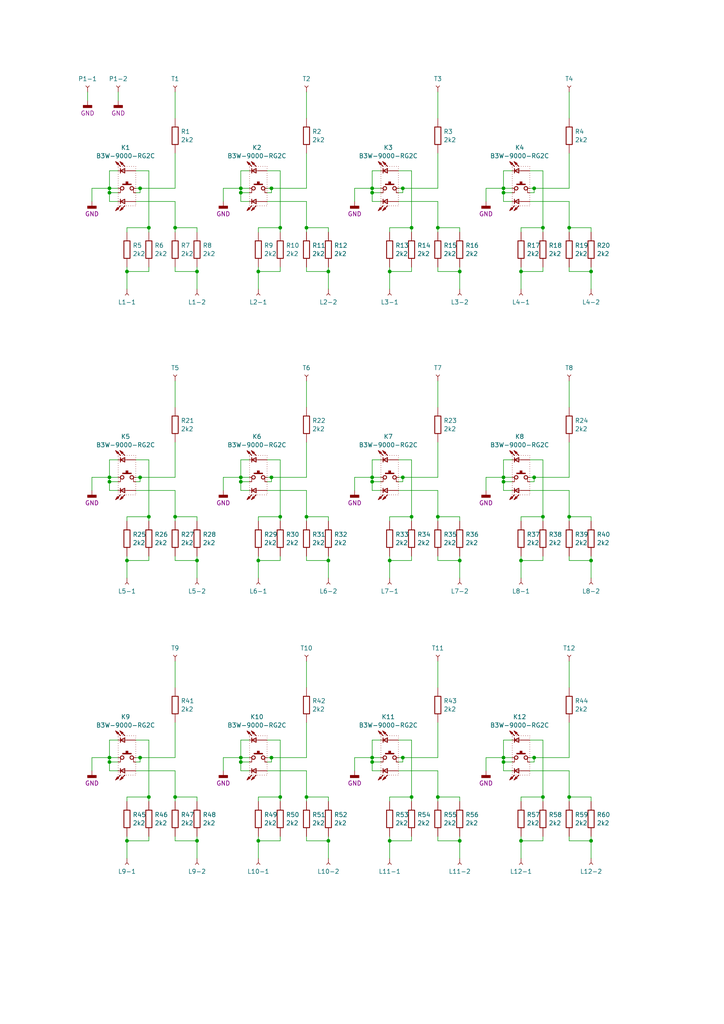
<source format=kicad_sch>
(kicad_sch (version 20231120) (generator "eeschema") (generator_version "8.0")
  (paper "A4" portrait)
  (title_block (title "ALIKEY12a - Tlacidlova doska 4x3") (date "2023-09-01") (rev "00") (company "Z Elektrik, s.r.o.") (comment 1 "Janis Peter") (comment 2 "www.zelektrik.sk") (comment 3 "typename") (comment 4 "c4") (comment 5 "c5") (comment 6 "c6") (comment 7 "c7") (comment 8 "c8") (comment 9 "c9"))
  (junction (at 74.93 78.74))
  (junction (at 69.85 220.98))
  (junction (at 43.18 149.86))
  (junction (at 31.75 139.7))
  (junction (at 69.85 54.61))
  (junction (at 36.83 162.56))
  (junction (at 31.75 55.88))
  (junction (at 107.95 219.71))
  (junction (at 95.25 243.84))
  (junction (at 81.28 149.86))
  (junction (at 119.38 149.86))
  (junction (at 78.74 54.61))
  (junction (at 157.48 231.14))
  (junction (at 113.03 243.84))
  (junction (at 31.75 220.98))
  (junction (at 133.35 243.84))
  (junction (at 57.15 78.74))
  (junction (at 57.15 162.56))
  (junction (at 43.18 66.04))
  (junction (at 95.25 78.74))
  (junction (at 74.93 243.84))
  (junction (at 57.15 243.84))
  (junction (at 154.94 219.71))
  (junction (at 107.95 55.88))
  (junction (at 95.25 162.56))
  (junction (at 69.85 219.71))
  (junction (at 146.05 219.71))
  (junction (at 157.48 66.04))
  (junction (at 31.75 54.61))
  (junction (at 69.85 139.7))
  (junction (at 127 231.14))
  (junction (at 74.93 162.56))
  (junction (at 88.9 66.04))
  (junction (at 81.28 231.14))
  (junction (at 107.95 138.43))
  (junction (at 78.74 219.71))
  (junction (at 165.1 149.86))
  (junction (at 171.45 243.84))
  (junction (at 146.05 139.7))
  (junction (at 31.75 138.43))
  (junction (at 88.9 231.14))
  (junction (at 116.84 138.43))
  (junction (at 127 149.86))
  (junction (at 40.64 54.61))
  (junction (at 146.05 138.43))
  (junction (at 146.05 220.98))
  (junction (at 171.45 78.74))
  (junction (at 78.74 138.43))
  (junction (at 50.8 231.14))
  (junction (at 40.64 138.43))
  (junction (at 171.45 162.56))
  (junction (at 154.94 138.43))
  (junction (at 119.38 66.04))
  (junction (at 40.64 219.71))
  (junction (at 31.75 219.71))
  (junction (at 88.9 149.86))
  (junction (at 107.95 54.61))
  (junction (at 133.35 162.56))
  (junction (at 81.28 66.04))
  (junction (at 107.95 139.7))
  (junction (at 50.8 149.86))
  (junction (at 165.1 231.14))
  (junction (at 69.85 138.43))
  (junction (at 154.94 54.61))
  (junction (at 50.8 66.04))
  (junction (at 107.95 220.98))
  (junction (at 146.05 55.88))
  (junction (at 151.13 78.74))
  (junction (at 119.38 231.14))
  (junction (at 113.03 162.56))
  (junction (at 36.83 78.74))
  (junction (at 157.48 149.86))
  (junction (at 146.05 54.61))
  (junction (at 116.84 219.71))
  (junction (at 151.13 162.56))
  (junction (at 69.85 55.88))
  (junction (at 116.84 54.61))
  (junction (at 36.83 243.84))
  (junction (at 43.18 231.14))
  (junction (at 133.35 78.74))
  (junction (at 165.1 66.04))
  (junction (at 127 66.04))
  (junction (at 151.13 243.84))
  (junction (at 113.03 78.74))
  (wire (pts (xy 165.1 77.47) (xy 165.1 78.74)))
  (wire (pts (xy 72.39 139.7) (xy 69.85 139.7)))
  (wire (pts (xy 157.48 231.14) (xy 157.48 232.41)))
  (wire (pts (xy 78.74 220.98) (xy 78.74 219.71)))
  (wire (pts (xy 116.84 55.88) (xy 116.84 54.61)))
  (wire (pts (xy 78.74 54.61) (xy 77.47 54.61)))
  (wire (pts (xy 127 162.56) (xy 133.35 162.56)))
  (wire (pts (xy 39.37 142.24) (xy 50.8 142.24)))
  (wire (pts (xy 165.1 223.52) (xy 165.1 231.14)))
  (wire (pts (xy 50.8 232.41) (xy 50.8 231.14)))
  (wire (pts (xy 165.1 54.61) (xy 154.94 54.61)))
  (wire (pts (xy 115.57 220.98) (xy 116.84 220.98)))
  (wire (pts (xy 34.29 220.98) (xy 31.75 220.98)))
  (wire (pts (xy 81.28 78.74) (xy 81.28 77.47)))
  (wire (pts (xy 127 138.43) (xy 116.84 138.43)))
  (wire (pts (xy 151.13 149.86) (xy 157.48 149.86)))
  (wire (pts (xy 57.15 231.14) (xy 57.15 232.41)))
  (wire (pts (xy 57.15 66.04) (xy 57.15 67.31)))
  (wire (pts (xy 146.05 55.88) (xy 146.05 54.61)))
  (wire (pts (xy 102.87 54.61) (xy 102.87 58.42)))
  (wire (pts (xy 50.8 54.61) (xy 40.64 54.61)))
  (wire (pts (xy 157.48 149.86) (xy 157.48 151.13)))
  (wire (pts (xy 171.45 243.84) (xy 171.45 242.57)))
  (wire (pts (xy 110.49 55.88) (xy 107.95 55.88)))
  (wire (pts (xy 31.75 138.43) (xy 26.67 138.43)))
  (wire (pts (xy 25.4 26.67) (xy 25.4 29.21)))
  (wire (pts (xy 81.28 66.04) (xy 81.28 67.31)))
  (wire (pts (xy 140.97 219.71) (xy 140.97 223.52)))
  (wire (pts (xy 88.9 191.77) (xy 88.9 199.39)))
  (wire (pts (xy 127 110.49) (xy 127 118.11)))
  (wire (pts (xy 165.1 26.67) (xy 165.1 34.29)))
  (wire (pts (xy 36.83 243.84) (xy 43.18 243.84)))
  (wire (pts (xy 36.83 242.57) (xy 36.83 243.84)))
  (wire (pts (xy 154.94 220.98) (xy 154.94 219.71)))
  (wire (pts (xy 39.37 133.35) (xy 43.18 133.35)))
  (wire (pts (xy 81.28 49.53) (xy 81.28 66.04)))
  (wire (pts (xy 133.35 231.14) (xy 133.35 232.41)))
  (wire (pts (xy 133.35 243.84) (xy 133.35 242.57)))
  (wire (pts (xy 34.29 133.35) (xy 31.75 133.35)))
  (wire (pts (xy 171.45 162.56) (xy 171.45 161.29)))
  (wire (pts (xy 119.38 214.63) (xy 119.38 231.14)))
  (wire (pts (xy 72.39 54.61) (xy 69.85 54.61)))
  (wire (pts (xy 107.95 133.35) (xy 107.95 138.43)))
  (wire (pts (xy 115.57 142.24) (xy 127 142.24)))
  (wire (pts (xy 57.15 243.84) (xy 57.15 248.92)))
  (wire (pts (xy 69.85 139.7) (xy 69.85 138.43)))
  (wire (pts (xy 69.85 49.53) (xy 69.85 54.61)))
  (wire (pts (xy 95.25 78.74) (xy 95.25 83.82)))
  (wire (pts (xy 110.49 220.98) (xy 107.95 220.98)))
  (wire (pts (xy 107.95 142.24) (xy 107.95 139.7)))
  (wire (pts (xy 165.1 78.74) (xy 171.45 78.74)))
  (wire (pts (xy 154.94 139.7) (xy 154.94 138.43)))
  (wire (pts (xy 127 66.04) (xy 133.35 66.04)))
  (wire (pts (xy 50.8 219.71) (xy 40.64 219.71)))
  (wire (pts (xy 88.9 58.42) (xy 88.9 66.04)))
  (wire (pts (xy 116.84 139.7) (xy 116.84 138.43)))
  (wire (pts (xy 127 161.29) (xy 127 162.56)))
  (wire (pts (xy 77.47 49.53) (xy 81.28 49.53)))
  (wire (pts (xy 50.8 151.13) (xy 50.8 149.86)))
  (wire (pts (xy 113.03 149.86) (xy 119.38 149.86)))
  (wire (pts (xy 34.29 139.7) (xy 31.75 139.7)))
  (wire (pts (xy 34.29 214.63) (xy 31.75 214.63)))
  (wire (pts (xy 88.9 232.41) (xy 88.9 231.14)))
  (wire (pts (xy 36.83 231.14) (xy 43.18 231.14)))
  (wire (pts (xy 57.15 162.56) (xy 57.15 167.64)))
  (wire (pts (xy 69.85 54.61) (xy 64.77 54.61)))
  (wire (pts (xy 81.28 162.56) (xy 81.28 161.29)))
  (wire (pts (xy 148.59 58.42) (xy 146.05 58.42)))
  (wire (pts (xy 171.45 162.56) (xy 171.45 167.64)))
  (wire (pts (xy 88.9 231.14) (xy 95.25 231.14)))
  (wire (pts (xy 157.48 243.84) (xy 157.48 242.57)))
  (wire (pts (xy 69.85 138.43) (xy 64.77 138.43)))
  (wire (pts (xy 151.13 242.57) (xy 151.13 243.84)))
  (wire (pts (xy 88.9 67.31) (xy 88.9 66.04)))
  (wire (pts (xy 74.93 162.56) (xy 81.28 162.56)))
  (wire (pts (xy 133.35 66.04) (xy 133.35 67.31)))
  (wire (pts (xy 69.85 58.42) (xy 69.85 55.88)))
  (wire (pts (xy 88.9 209.55) (xy 88.9 219.71)))
  (wire (pts (xy 31.75 220.98) (xy 31.75 219.71)))
  (wire (pts (xy 107.95 54.61) (xy 102.87 54.61)))
  (wire (pts (xy 146.05 219.71) (xy 140.97 219.71)))
  (wire (pts (xy 127 54.61) (xy 116.84 54.61)))
  (wire (pts (xy 107.95 220.98) (xy 107.95 219.71)))
  (wire (pts (xy 74.93 78.74) (xy 81.28 78.74)))
  (wire (pts (xy 127 142.24) (xy 127 149.86)))
  (wire (pts (xy 43.18 78.74) (xy 43.18 77.47)))
  (wire (pts (xy 151.13 78.74) (xy 151.13 83.82)))
  (wire (pts (xy 165.1 44.45) (xy 165.1 54.61)))
  (wire (pts (xy 110.49 133.35) (xy 107.95 133.35)))
  (wire (pts (xy 88.9 219.71) (xy 78.74 219.71)))
  (wire (pts (xy 146.05 223.52) (xy 146.05 220.98)))
  (wire (pts (xy 95.25 66.04) (xy 95.25 67.31)))
  (wire (pts (xy 113.03 162.56) (xy 119.38 162.56)))
  (wire (pts (xy 165.1 128.27) (xy 165.1 138.43)))
  (wire (pts (xy 50.8 44.45) (xy 50.8 54.61)))
  (wire (pts (xy 36.83 66.04) (xy 43.18 66.04)))
  (wire (pts (xy 31.75 54.61) (xy 26.67 54.61)))
  (wire (pts (xy 69.85 133.35) (xy 69.85 138.43)))
  (wire (pts (xy 153.67 55.88) (xy 154.94 55.88)))
  (wire (pts (xy 39.37 214.63) (xy 43.18 214.63)))
  (wire (pts (xy 50.8 209.55) (xy 50.8 219.71)))
  (wire (pts (xy 34.29 142.24) (xy 31.75 142.24)))
  (wire (pts (xy 72.39 220.98) (xy 69.85 220.98)))
  (wire (pts (xy 148.59 220.98) (xy 146.05 220.98)))
  (wire (pts (xy 50.8 66.04) (xy 57.15 66.04)))
  (wire (pts (xy 69.85 142.24) (xy 69.85 139.7)))
  (wire (pts (xy 165.1 142.24) (xy 165.1 149.86)))
  (wire (pts (xy 151.13 77.47) (xy 151.13 78.74)))
  (wire (pts (xy 57.15 78.74) (xy 57.15 83.82)))
  (wire (pts (xy 107.95 49.53) (xy 107.95 54.61)))
  (wire (pts (xy 119.38 49.53) (xy 119.38 66.04)))
  (wire (pts (xy 110.49 54.61) (xy 107.95 54.61)))
  (wire (pts (xy 77.47 133.35) (xy 81.28 133.35)))
  (wire (pts (xy 72.39 223.52) (xy 69.85 223.52)))
  (wire (pts (xy 39.37 58.42) (xy 50.8 58.42)))
  (wire (pts (xy 74.93 161.29) (xy 74.93 162.56)))
  (wire (pts (xy 133.35 243.84) (xy 133.35 248.92)))
  (wire (pts (xy 40.64 219.71) (xy 39.37 219.71)))
  (wire (pts (xy 113.03 151.13) (xy 113.03 149.86)))
  (wire (pts (xy 116.84 219.71) (xy 115.57 219.71)))
  (wire (pts (xy 127 242.57) (xy 127 243.84)))
  (wire (pts (xy 77.47 58.42) (xy 88.9 58.42)))
  (wire (pts (xy 50.8 67.31) (xy 50.8 66.04)))
  (wire (pts (xy 171.45 78.74) (xy 171.45 77.47)))
  (wire (pts (xy 43.18 149.86) (xy 43.18 151.13)))
  (wire (pts (xy 34.29 58.42) (xy 31.75 58.42)))
  (wire (pts (xy 77.47 55.88) (xy 78.74 55.88)))
  (wire (pts (xy 88.9 162.56) (xy 95.25 162.56)))
  (wire (pts (xy 157.48 162.56) (xy 157.48 161.29)))
  (wire (pts (xy 88.9 149.86) (xy 95.25 149.86)))
  (wire (pts (xy 43.18 231.14) (xy 43.18 232.41)))
  (wire (pts (xy 36.83 77.47) (xy 36.83 78.74)))
  (wire (pts (xy 81.28 243.84) (xy 81.28 242.57)))
  (wire (pts (xy 115.57 55.88) (xy 116.84 55.88)))
  (wire (pts (xy 110.49 139.7) (xy 107.95 139.7)))
  (wire (pts (xy 113.03 161.29) (xy 113.03 162.56)))
  (wire (pts (xy 26.67 219.71) (xy 26.67 223.52)))
  (wire (pts (xy 127 232.41) (xy 127 231.14)))
  (wire (pts (xy 148.59 133.35) (xy 146.05 133.35)))
  (wire (pts (xy 34.29 49.53) (xy 31.75 49.53)))
  (wire (pts (xy 50.8 191.77) (xy 50.8 199.39)))
  (wire (pts (xy 107.95 139.7) (xy 107.95 138.43)))
  (wire (pts (xy 107.95 58.42) (xy 107.95 55.88)))
  (wire (pts (xy 31.75 133.35) (xy 31.75 138.43)))
  (wire (pts (xy 146.05 49.53) (xy 146.05 54.61)))
  (wire (pts (xy 50.8 26.67) (xy 50.8 34.29)))
  (wire (pts (xy 50.8 223.52) (xy 50.8 231.14)))
  (wire (pts (xy 39.37 139.7) (xy 40.64 139.7)))
  (wire (pts (xy 127 58.42) (xy 127 66.04)))
  (wire (pts (xy 146.05 133.35) (xy 146.05 138.43)))
  (wire (pts (xy 31.75 49.53) (xy 31.75 54.61)))
  (wire (pts (xy 146.05 142.24) (xy 146.05 139.7)))
  (wire (pts (xy 148.59 138.43) (xy 146.05 138.43)))
  (wire (pts (xy 165.1 232.41) (xy 165.1 231.14)))
  (wire (pts (xy 31.75 139.7) (xy 31.75 138.43)))
  (wire (pts (xy 107.95 55.88) (xy 107.95 54.61)))
  (wire (pts (xy 36.83 67.31) (xy 36.83 66.04)))
  (wire (pts (xy 102.87 138.43) (xy 102.87 142.24)))
  (wire (pts (xy 50.8 77.47) (xy 50.8 78.74)))
  (wire (pts (xy 165.1 243.84) (xy 171.45 243.84)))
  (wire (pts (xy 72.39 219.71) (xy 69.85 219.71)))
  (wire (pts (xy 72.39 58.42) (xy 69.85 58.42)))
  (wire (pts (xy 36.83 232.41) (xy 36.83 231.14)))
  (wire (pts (xy 88.9 128.27) (xy 88.9 138.43)))
  (wire (pts (xy 78.74 138.43) (xy 77.47 138.43)))
  (wire (pts (xy 133.35 78.74) (xy 133.35 83.82)))
  (wire (pts (xy 153.67 223.52) (xy 165.1 223.52)))
  (wire (pts (xy 50.8 162.56) (xy 57.15 162.56)))
  (wire (pts (xy 116.84 138.43) (xy 115.57 138.43)))
  (wire (pts (xy 31.75 55.88) (xy 31.75 54.61)))
  (wire (pts (xy 50.8 231.14) (xy 57.15 231.14)))
  (wire (pts (xy 31.75 219.71) (xy 26.67 219.71)))
  (wire (pts (xy 165.1 242.57) (xy 165.1 243.84)))
  (wire (pts (xy 115.57 139.7) (xy 116.84 139.7)))
  (wire (pts (xy 127 77.47) (xy 127 78.74)))
  (wire (pts (xy 165.1 149.86) (xy 171.45 149.86)))
  (wire (pts (xy 31.75 58.42) (xy 31.75 55.88)))
  (wire (pts (xy 50.8 161.29) (xy 50.8 162.56)))
  (wire (pts (xy 127 151.13) (xy 127 149.86)))
  (wire (pts (xy 110.49 214.63) (xy 107.95 214.63)))
  (wire (pts (xy 151.13 66.04) (xy 157.48 66.04)))
  (wire (pts (xy 127 128.27) (xy 127 138.43)))
  (wire (pts (xy 78.74 55.88) (xy 78.74 54.61)))
  (wire (pts (xy 148.59 219.71) (xy 146.05 219.71)))
  (wire (pts (xy 151.13 161.29) (xy 151.13 162.56)))
  (wire (pts (xy 153.67 142.24) (xy 165.1 142.24)))
  (wire (pts (xy 74.93 243.84) (xy 74.93 248.92)))
  (wire (pts (xy 31.75 214.63) (xy 31.75 219.71)))
  (wire (pts (xy 110.49 49.53) (xy 107.95 49.53)))
  (wire (pts (xy 110.49 58.42) (xy 107.95 58.42)))
  (wire (pts (xy 40.64 220.98) (xy 40.64 219.71)))
  (wire (pts (xy 69.85 223.52) (xy 69.85 220.98)))
  (wire (pts (xy 119.38 78.74) (xy 119.38 77.47)))
  (wire (pts (xy 151.13 67.31) (xy 151.13 66.04)))
  (wire (pts (xy 74.93 149.86) (xy 81.28 149.86)))
  (wire (pts (xy 148.59 142.24) (xy 146.05 142.24)))
  (wire (pts (xy 165.1 162.56) (xy 171.45 162.56)))
  (wire (pts (xy 154.94 55.88) (xy 154.94 54.61)))
  (wire (pts (xy 95.25 243.84) (xy 95.25 248.92)))
  (wire (pts (xy 127 149.86) (xy 133.35 149.86)))
  (wire (pts (xy 153.67 133.35) (xy 157.48 133.35)))
  (wire (pts (xy 115.57 133.35) (xy 119.38 133.35)))
  (wire (pts (xy 74.93 162.56) (xy 74.93 167.64)))
  (wire (pts (xy 165.1 231.14) (xy 171.45 231.14)))
  (wire (pts (xy 74.93 151.13) (xy 74.93 149.86)))
  (wire (pts (xy 34.29 138.43) (xy 31.75 138.43)))
  (wire (pts (xy 113.03 162.56) (xy 113.03 167.64)))
  (wire (pts (xy 153.67 58.42) (xy 165.1 58.42)))
  (wire (pts (xy 34.29 55.88) (xy 31.75 55.88)))
  (wire (pts (xy 77.47 220.98) (xy 78.74 220.98)))
  (wire (pts (xy 40.64 55.88) (xy 40.64 54.61)))
  (wire (pts (xy 39.37 55.88) (xy 40.64 55.88)))
  (wire (pts (xy 77.47 142.24) (xy 88.9 142.24)))
  (wire (pts (xy 146.05 138.43) (xy 140.97 138.43)))
  (wire (pts (xy 113.03 67.31) (xy 113.03 66.04)))
  (wire (pts (xy 50.8 58.42) (xy 50.8 66.04)))
  (wire (pts (xy 110.49 219.71) (xy 107.95 219.71)))
  (wire (pts (xy 127 78.74) (xy 133.35 78.74)))
  (wire (pts (xy 113.03 77.47) (xy 113.03 78.74)))
  (wire (pts (xy 119.38 243.84) (xy 119.38 242.57)))
  (wire (pts (xy 40.64 138.43) (xy 39.37 138.43)))
  (wire (pts (xy 127 243.84) (xy 133.35 243.84)))
  (wire (pts (xy 154.94 138.43) (xy 153.67 138.43)))
  (wire (pts (xy 165.1 219.71) (xy 154.94 219.71)))
  (wire (pts (xy 36.83 243.84) (xy 36.83 248.92)))
  (wire (pts (xy 74.93 77.47) (xy 74.93 78.74)))
  (wire (pts (xy 74.93 78.74) (xy 74.93 83.82)))
  (wire (pts (xy 165.1 67.31) (xy 165.1 66.04)))
  (wire (pts (xy 64.77 219.71) (xy 64.77 223.52)))
  (wire (pts (xy 34.29 26.67) (xy 34.29 29.21)))
  (wire (pts (xy 36.83 161.29) (xy 36.83 162.56)))
  (wire (pts (xy 50.8 242.57) (xy 50.8 243.84)))
  (wire (pts (xy 107.95 223.52) (xy 107.95 220.98)))
  (wire (pts (xy 69.85 214.63) (xy 69.85 219.71)))
  (wire (pts (xy 57.15 243.84) (xy 57.15 242.57)))
  (wire (pts (xy 88.9 243.84) (xy 95.25 243.84)))
  (wire (pts (xy 113.03 243.84) (xy 119.38 243.84)))
  (wire (pts (xy 113.03 78.74) (xy 113.03 83.82)))
  (wire (pts (xy 40.64 54.61) (xy 39.37 54.61)))
  (wire (pts (xy 34.29 223.52) (xy 31.75 223.52)))
  (wire (pts (xy 165.1 66.04) (xy 171.45 66.04)))
  (wire (pts (xy 88.9 223.52) (xy 88.9 231.14)))
  (wire (pts (xy 88.9 138.43) (xy 78.74 138.43)))
  (wire (pts (xy 148.59 55.88) (xy 146.05 55.88)))
  (wire (pts (xy 165.1 161.29) (xy 165.1 162.56)))
  (wire (pts (xy 50.8 149.86) (xy 57.15 149.86)))
  (wire (pts (xy 133.35 162.56) (xy 133.35 161.29)))
  (wire (pts (xy 151.13 243.84) (xy 151.13 248.92)))
  (wire (pts (xy 151.13 231.14) (xy 157.48 231.14)))
  (wire (pts (xy 31.75 223.52) (xy 31.75 220.98)))
  (wire (pts (xy 140.97 138.43) (xy 140.97 142.24)))
  (wire (pts (xy 43.18 133.35) (xy 43.18 149.86)))
  (wire (pts (xy 110.49 142.24) (xy 107.95 142.24)))
  (wire (pts (xy 151.13 162.56) (xy 151.13 167.64)))
  (wire (pts (xy 127 26.67) (xy 127 34.29)))
  (wire (pts (xy 113.03 242.57) (xy 113.03 243.84)))
  (wire (pts (xy 36.83 162.56) (xy 36.83 167.64)))
  (wire (pts (xy 148.59 49.53) (xy 146.05 49.53)))
  (wire (pts (xy 127 67.31) (xy 127 66.04)))
  (wire (pts (xy 146.05 58.42) (xy 146.05 55.88)))
  (wire (pts (xy 88.9 54.61) (xy 78.74 54.61)))
  (wire (pts (xy 151.13 162.56) (xy 157.48 162.56)))
  (wire (pts (xy 72.39 138.43) (xy 69.85 138.43)))
  (wire (pts (xy 157.48 49.53) (xy 157.48 66.04)))
  (wire (pts (xy 146.05 214.63) (xy 146.05 219.71)))
  (wire (pts (xy 31.75 142.24) (xy 31.75 139.7)))
  (wire (pts (xy 34.29 219.71) (xy 31.75 219.71)))
  (wire (pts (xy 88.9 242.57) (xy 88.9 243.84)))
  (wire (pts (xy 88.9 26.67) (xy 88.9 34.29)))
  (wire (pts (xy 69.85 219.71) (xy 64.77 219.71)))
  (wire (pts (xy 133.35 162.56) (xy 133.35 167.64)))
  (wire (pts (xy 72.39 133.35) (xy 69.85 133.35)))
  (wire (pts (xy 69.85 55.88) (xy 69.85 54.61)))
  (wire (pts (xy 146.05 220.98) (xy 146.05 219.71)))
  (wire (pts (xy 146.05 54.61) (xy 140.97 54.61)))
  (wire (pts (xy 153.67 220.98) (xy 154.94 220.98)))
  (wire (pts (xy 88.9 44.45) (xy 88.9 54.61)))
  (wire (pts (xy 57.15 149.86) (xy 57.15 151.13)))
  (wire (pts (xy 151.13 243.84) (xy 157.48 243.84)))
  (wire (pts (xy 154.94 54.61) (xy 153.67 54.61)))
  (wire (pts (xy 119.38 133.35) (xy 119.38 149.86)))
  (wire (pts (xy 157.48 66.04) (xy 157.48 67.31)))
  (wire (pts (xy 26.67 138.43) (xy 26.67 142.24)))
  (wire (pts (xy 171.45 243.84) (xy 171.45 248.92)))
  (wire (pts (xy 157.48 78.74) (xy 157.48 77.47)))
  (wire (pts (xy 74.93 231.14) (xy 81.28 231.14)))
  (wire (pts (xy 78.74 219.71) (xy 77.47 219.71)))
  (wire (pts (xy 127 231.14) (xy 133.35 231.14)))
  (wire (pts (xy 157.48 133.35) (xy 157.48 149.86)))
  (wire (pts (xy 107.95 214.63) (xy 107.95 219.71)))
  (wire (pts (xy 165.1 58.42) (xy 165.1 66.04)))
  (wire (pts (xy 36.83 78.74) (xy 36.83 83.82)))
  (wire (pts (xy 127 223.52) (xy 127 231.14)))
  (wire (pts (xy 64.77 138.43) (xy 64.77 142.24)))
  (wire (pts (xy 110.49 138.43) (xy 107.95 138.43)))
  (wire (pts (xy 50.8 142.24) (xy 50.8 149.86)))
  (wire (pts (xy 115.57 223.52) (xy 127 223.52)))
  (wire (pts (xy 115.57 214.63) (xy 119.38 214.63)))
  (wire (pts (xy 148.59 139.7) (xy 146.05 139.7)))
  (wire (pts (xy 40.64 139.7) (xy 40.64 138.43)))
  (wire (pts (xy 119.38 149.86) (xy 119.38 151.13)))
  (wire (pts (xy 69.85 220.98) (xy 69.85 219.71)))
  (wire (pts (xy 151.13 151.13) (xy 151.13 149.86)))
  (wire (pts (xy 78.74 139.7) (xy 78.74 138.43)))
  (wire (pts (xy 95.25 162.56) (xy 95.25 167.64)))
  (wire (pts (xy 119.38 66.04) (xy 119.38 67.31)))
  (wire (pts (xy 88.9 78.74) (xy 95.25 78.74)))
  (wire (pts (xy 113.03 231.14) (xy 119.38 231.14)))
  (wire (pts (xy 171.45 231.14) (xy 171.45 232.41)))
  (wire (pts (xy 153.67 49.53) (xy 157.48 49.53)))
  (wire (pts (xy 88.9 161.29) (xy 88.9 162.56)))
  (wire (pts (xy 74.93 243.84) (xy 81.28 243.84)))
  (wire (pts (xy 74.93 232.41) (xy 74.93 231.14)))
  (wire (pts (xy 77.47 139.7) (xy 78.74 139.7)))
  (wire (pts (xy 77.47 214.63) (xy 81.28 214.63)))
  (wire (pts (xy 171.45 66.04) (xy 171.45 67.31)))
  (wire (pts (xy 148.59 223.52) (xy 146.05 223.52)))
  (wire (pts (xy 165.1 151.13) (xy 165.1 149.86)))
  (wire (pts (xy 171.45 78.74) (xy 171.45 83.82)))
  (wire (pts (xy 133.35 78.74) (xy 133.35 77.47)))
  (wire (pts (xy 165.1 110.49) (xy 165.1 118.11)))
  (wire (pts (xy 127 209.55) (xy 127 219.71)))
  (wire (pts (xy 113.03 232.41) (xy 113.03 231.14)))
  (wire (pts (xy 36.83 78.74) (xy 43.18 78.74)))
  (wire (pts (xy 140.97 54.61) (xy 140.97 58.42)))
  (wire (pts (xy 95.25 78.74) (xy 95.25 77.47)))
  (wire (pts (xy 77.47 223.52) (xy 88.9 223.52)))
  (wire (pts (xy 72.39 214.63) (xy 69.85 214.63)))
  (wire (pts (xy 72.39 55.88) (xy 69.85 55.88)))
  (wire (pts (xy 151.13 232.41) (xy 151.13 231.14)))
  (wire (pts (xy 74.93 67.31) (xy 74.93 66.04)))
  (wire (pts (xy 95.25 231.14) (xy 95.25 232.41)))
  (wire (pts (xy 81.28 133.35) (xy 81.28 149.86)))
  (wire (pts (xy 113.03 66.04) (xy 119.38 66.04)))
  (wire (pts (xy 50.8 128.27) (xy 50.8 138.43)))
  (wire (pts (xy 119.38 162.56) (xy 119.38 161.29)))
  (wire (pts (xy 50.8 110.49) (xy 50.8 118.11)))
  (wire (pts (xy 88.9 110.49) (xy 88.9 118.11)))
  (wire (pts (xy 39.37 223.52) (xy 50.8 223.52)))
  (wire (pts (xy 88.9 66.04) (xy 95.25 66.04)))
  (wire (pts (xy 165.1 138.43) (xy 154.94 138.43)))
  (wire (pts (xy 148.59 54.61) (xy 146.05 54.61)))
  (wire (pts (xy 107.95 219.71) (xy 102.87 219.71)))
  (wire (pts (xy 81.28 214.63) (xy 81.28 231.14)))
  (wire (pts (xy 107.95 138.43) (xy 102.87 138.43)))
  (wire (pts (xy 36.83 151.13) (xy 36.83 149.86)))
  (wire (pts (xy 72.39 49.53) (xy 69.85 49.53)))
  (wire (pts (xy 171.45 149.86) (xy 171.45 151.13)))
  (wire (pts (xy 113.03 243.84) (xy 113.03 248.92)))
  (wire (pts (xy 57.15 78.74) (xy 57.15 77.47)))
  (wire (pts (xy 115.57 49.53) (xy 119.38 49.53)))
  (wire (pts (xy 36.83 162.56) (xy 43.18 162.56)))
  (wire (pts (xy 50.8 243.84) (xy 57.15 243.84)))
  (wire (pts (xy 115.57 58.42) (xy 127 58.42)))
  (wire (pts (xy 154.94 219.71) (xy 153.67 219.71)))
  (wire (pts (xy 74.93 66.04) (xy 81.28 66.04)))
  (wire (pts (xy 34.29 54.61) (xy 31.75 54.61)))
  (wire (pts (xy 43.18 49.53) (xy 43.18 66.04)))
  (wire (pts (xy 43.18 162.56) (xy 43.18 161.29)))
  (wire (pts (xy 39.37 220.98) (xy 40.64 220.98)))
  (wire (pts (xy 153.67 214.63) (xy 157.48 214.63)))
  (wire (pts (xy 43.18 214.63) (xy 43.18 231.14)))
  (wire (pts (xy 151.13 78.74) (xy 157.48 78.74)))
  (wire (pts (xy 119.38 231.14) (xy 119.38 232.41)))
  (wire (pts (xy 165.1 191.77) (xy 165.1 199.39)))
  (wire (pts (xy 88.9 142.24) (xy 88.9 149.86)))
  (wire (pts (xy 72.39 142.24) (xy 69.85 142.24)))
  (wire (pts (xy 157.48 214.63) (xy 157.48 231.14)))
  (wire (pts (xy 88.9 151.13) (xy 88.9 149.86)))
  (wire (pts (xy 113.03 78.74) (xy 119.38 78.74)))
  (wire (pts (xy 116.84 54.61) (xy 115.57 54.61)))
  (wire (pts (xy 116.84 220.98) (xy 116.84 219.71)))
  (wire (pts (xy 165.1 209.55) (xy 165.1 219.71)))
  (wire (pts (xy 50.8 78.74) (xy 57.15 78.74)))
  (wire (pts (xy 95.25 243.84) (xy 95.25 242.57)))
  (wire (pts (xy 39.37 49.53) (xy 43.18 49.53)))
  (wire (pts (xy 95.25 162.56) (xy 95.25 161.29)))
  (wire (pts (xy 57.15 162.56) (xy 57.15 161.29)))
  (wire (pts (xy 102.87 219.71) (xy 102.87 223.52)))
  (wire (pts (xy 148.59 214.63) (xy 146.05 214.63)))
  (wire (pts (xy 146.05 139.7) (xy 146.05 138.43)))
  (wire (pts (xy 88.9 77.47) (xy 88.9 78.74)))
  (wire (pts (xy 43.18 243.84) (xy 43.18 242.57)))
  (wire (pts (xy 95.25 149.86) (xy 95.25 151.13)))
  (wire (pts (xy 26.67 54.61) (xy 26.67 58.42)))
  (wire (pts (xy 127 191.77) (xy 127 199.39)))
  (wire (pts (xy 81.28 149.86) (xy 81.28 151.13)))
  (wire (pts (xy 153.67 139.7) (xy 154.94 139.7)))
  (wire (pts (xy 110.49 223.52) (xy 107.95 223.52)))
  (wire (pts (xy 81.28 231.14) (xy 81.28 232.41)))
  (wire (pts (xy 64.77 54.61) (xy 64.77 58.42)))
  (wire (pts (xy 74.93 242.57) (xy 74.93 243.84)))
  (wire (pts (xy 127 44.45) (xy 127 54.61)))
  (wire (pts (xy 50.8 138.43) (xy 40.64 138.43)))
  (wire (pts (xy 133.35 149.86) (xy 133.35 151.13)))
  (wire (pts (xy 36.83 149.86) (xy 43.18 149.86)))
  (wire (pts (xy 43.18 66.04) (xy 43.18 67.31)))
  (wire (pts (xy 127 219.71) (xy 116.84 219.71)))
  (symbol (lib_id "Resistor_SMD_1206_0.25W_1perc_Generic:2k2, SMD 1206, 0.25W, 1%") (at 74.93 237.49 90) (unit 1)
    (property "Reference" "R49" (at 76.581 236.2778 90) (effects (justify right)))
    (property "Value" "2k2" (at 76.581 238.7021 90) (effects (justify right)))
    (property "Footprint" "SMD_Resistor_Generic:RESC3116X65N_1206" (effects (hide yes)))
    (property "Description" "Resistor, SMD 1206, 0.25W, 1%, Generic" (effects (hide yes)))
    (property "MFG" "Generic" (effects (hide yes)))
    (property "Z-SYSCODE" "3569" (effects (hide yes)))
    (property "Technology" "SMD" (effects (hide yes)))
  )
  (symbol (lib_id "Resistor_SMD_1206_0.25W_1perc_Generic:2k2, SMD 1206, 0.25W, 1%") (at 43.18 237.49 90) (unit 1)
    (property "Reference" "R46" (at 44.831 236.2778 90) (effects (justify right)))
    (property "Value" "2k2" (at 44.831 238.7021 90) (effects (justify right)))
    (property "Footprint" "SMD_Resistor_Generic:RESC3116X65N_1206" (effects (hide yes)))
    (property "Description" "Resistor, SMD 1206, 0.25W, 1%, Generic" (effects (hide yes)))
    (property "MFG" "Generic" (effects (hide yes)))
    (property "Z-SYSCODE" "3569" (effects (hide yes)))
    (property "Technology" "SMD" (effects (hide yes)))
  )
  (symbol (lib_id "Technology:TestPoint-PAD_THD_C250_250H80") (at 25.4 26.67 90) (unit 1) (in_bom no)
    (property "Reference" "P1-1" (at 25.4 22.86 90))
    (property "Value" "TestPoint" (effects (hide yes)))
    (property "Footprint" "SMD_PAD_Generic:SMD_PAD_R200_445R50" (effects (hide yes)))
    (property "Description" "Test/Solder point" (effects (hide yes)))
    (property "Technology" "Graphical" (effects (hide yes)))
  )
  (symbol (lib_id "Technology:TestPoint-PAD_THD_C250_250H80") (at 88.9 191.77 90) (unit 1) (in_bom no)
    (property "Reference" "T10" (at 88.9 187.96 90))
    (property "Value" "TestPoint" (effects (hide yes)))
    (property "Footprint" "SMD_PAD_Generic:SMD_PAD_R200_445R50" (effects (hide yes)))
    (property "Description" "Test/Solder point" (effects (hide yes)))
    (property "Technology" "Graphical" (effects (hide yes)))
  )
  (symbol (lib_id "Technology:TestPoint-PAD_THD_C250_250H80") (at 171.45 248.92 270) (unit 1) (in_bom no)
    (property "Reference" "L12-2" (at 171.45 252.73 90))
    (property "Value" "TestPoint" (effects (hide yes)))
    (property "Footprint" "SMD_PAD_Generic:SMD_PAD_R200_445R50" (effects (hide yes)))
    (property "Description" "Test/Solder point" (effects (hide yes)))
    (property "Technology" "Graphical" (effects (hide yes)))
  )
  (symbol (lib_id "Resistor_SMD_1206_0.25W_1perc_Generic:2k2, SMD 1206, 0.25W, 1%") (at 88.9 237.49 90) (unit 1)
    (property "Reference" "R51" (at 90.551 236.2778 90) (effects (justify right)))
    (property "Value" "2k2" (at 90.551 238.7021 90) (effects (justify right)))
    (property "Footprint" "SMD_Resistor_Generic:RESC3116X65N_1206" (effects (hide yes)))
    (property "Description" "Resistor, SMD 1206, 0.25W, 1%, Generic" (effects (hide yes)))
    (property "MFG" "Generic" (effects (hide yes)))
    (property "Z-SYSCODE" "3569" (effects (hide yes)))
    (property "Technology" "SMD" (effects (hide yes)))
  )
  (symbol (lib_id "_Symbol:GND_Bar") (at 26.67 223.52 0) (unit 1)
    (property "Reference" "#PWR011" (effects (hide yes)))
    (property "Value" "GND_Bar" (effects (hide yes)))
    (property "Description" "Bar power symbol creates a net name \"GND\"" (effects (hide yes)))
    (property "Signal_Name" "GND" (at 26.67 227.1451 0))
  )
  (symbol (lib_id "Resistor_SMD_1206_0.25W_1perc_Generic:2k2, SMD 1206, 0.25W, 1%") (at 157.48 72.39 90) (unit 1)
    (property "Reference" "R18" (at 159.131 71.1778 90) (effects (justify right)))
    (property "Value" "2k2" (at 159.131 73.6021 90) (effects (justify right)))
    (property "Footprint" "SMD_Resistor_Generic:RESC3116X65N_1206" (effects (hide yes)))
    (property "Description" "Resistor, SMD 1206, 0.25W, 1%, Generic" (effects (hide yes)))
    (property "MFG" "Generic" (effects (hide yes)))
    (property "Z-SYSCODE" "3569" (effects (hide yes)))
    (property "Technology" "SMD" (effects (hide yes)))
  )
  (symbol (lib_id "Technology:TestPoint-PAD_THD_C250_250H80") (at 151.13 167.64 270) (unit 1) (in_bom no)
    (property "Reference" "L8-1" (at 151.13 171.45 90))
    (property "Value" "TestPoint" (effects (hide yes)))
    (property "Footprint" "SMD_PAD_Generic:SMD_PAD_R200_445R50" (effects (hide yes)))
    (property "Description" "Test/Solder point" (effects (hide yes)))
    (property "Technology" "Graphical" (effects (hide yes)))
  )
  (symbol (lib_id "Resistor_SMD_1206_0.25W_1perc_Generic:2k2, SMD 1206, 0.25W, 1%") (at 127 204.47 90) (unit 1)
    (property "Reference" "R43" (at 128.651 203.2578 90) (effects (justify right)))
    (property "Value" "2k2" (at 128.651 205.6821 90) (effects (justify right)))
    (property "Footprint" "SMD_Resistor_Generic:RESC3116X65N_1206" (effects (hide yes)))
    (property "Description" "Resistor, SMD 1206, 0.25W, 1%, Generic" (effects (hide yes)))
    (property "MFG" "Generic" (effects (hide yes)))
    (property "Z-SYSCODE" "3569" (effects (hide yes)))
    (property "Technology" "SMD" (effects (hide yes)))
  )
  (symbol (lib_id "_Symbol:GND_Bar") (at 102.87 223.52 0) (unit 1)
    (property "Reference" "#PWR013" (effects (hide yes)))
    (property "Value" "GND_Bar" (effects (hide yes)))
    (property "Description" "Bar power symbol creates a net name \"GND\"" (effects (hide yes)))
    (property "Signal_Name" "GND" (at 102.87 227.1451 0))
  )
  (symbol (lib_id "Resistor_SMD_1206_0.25W_1perc_Generic:2k2, SMD 1206, 0.25W, 1%") (at 95.25 72.39 90) (unit 1)
    (property "Reference" "R12" (at 96.901 71.1778 90) (effects (justify right)))
    (property "Value" "2k2" (at 96.901 73.6021 90) (effects (justify right)))
    (property "Footprint" "SMD_Resistor_Generic:RESC3116X65N_1206" (effects (hide yes)))
    (property "Description" "Resistor, SMD 1206, 0.25W, 1%, Generic" (effects (hide yes)))
    (property "MFG" "Generic" (effects (hide yes)))
    (property "Z-SYSCODE" "3569" (effects (hide yes)))
    (property "Technology" "SMD" (effects (hide yes)))
  )
  (symbol (lib_id "Resistor_SMD_1206_0.25W_1perc_Generic:2k2, SMD 1206, 0.25W, 1%") (at 88.9 72.39 90) (unit 1)
    (property "Reference" "R11" (at 90.551 71.1778 90) (effects (justify right)))
    (property "Value" "2k2" (at 90.551 73.6021 90) (effects (justify right)))
    (property "Footprint" "SMD_Resistor_Generic:RESC3116X65N_1206" (effects (hide yes)))
    (property "Description" "Resistor, SMD 1206, 0.25W, 1%, Generic" (effects (hide yes)))
    (property "MFG" "Generic" (effects (hide yes)))
    (property "Z-SYSCODE" "3569" (effects (hide yes)))
    (property "Technology" "SMD" (effects (hide yes)))
  )
  (symbol (lib_id "Resistor_SMD_1206_0.25W_1perc_Generic:2k2, SMD 1206, 0.25W, 1%") (at 165.1 204.47 90) (unit 1)
    (property "Reference" "R44" (at 166.751 203.2578 90) (effects (justify right)))
    (property "Value" "2k2" (at 166.751 205.6821 90) (effects (justify right)))
    (property "Footprint" "SMD_Resistor_Generic:RESC3116X65N_1206" (effects (hide yes)))
    (property "Description" "Resistor, SMD 1206, 0.25W, 1%, Generic" (effects (hide yes)))
    (property "MFG" "Generic" (effects (hide yes)))
    (property "Z-SYSCODE" "3569" (effects (hide yes)))
    (property "Technology" "SMD" (effects (hide yes)))
  )
  (symbol (lib_id "Switch_Omron:B3W-9000-RG2C, SwitchTactile, 10x10mm, Transparent Cap, 2 LED (Red+Green)") (at 74.93 138.43 0) (unit 1)
    (property "Reference" "K6" (at 74.5236 126.6147 0))
    (property "Value" "B3W-9000-RG2C" (at 74.5236 129.039 0))
    (property "Footprint" "THD_Switch_Omron:B3W-900x-x2xN_Omron" (effects (hide yes)))
    (property "Datasheet" "https://www.micro-semiconductor.com/datasheet/76-B3W-9010-HG2N.pdf" (effects (hide yes)))
    (property "Description" "Switch Tactile, SPST NO, 10x10mm, 50mA/24V, 1.57N, THD, B3W Serie" (effects (hide yes)))
    (property "Technology" "THD" (effects (hide yes)))
    (property "MFG" "Omron" (effects (hide yes)))
    (property "MPN" "B3W-9000-RG2C" (effects (hide yes)))
    (property "OC_LCSC" "C6509087" (effects (hide yes)))
    (property "OC_MOUSER" "653-B3W-9000-RG2C" (effects (hide yes)))
    (property "OC_TME" "B3W-9000-RG2C" (effects (hide yes)))
    (property "OC_FARNELL" "4357004,3460453" (effects (hide yes)))
    (property "OC_DIGIKEY" "Z5202-ND" (effects (hide yes)))
    (property "OC_SOS" "T837376" (effects (hide yes)))
  )
  (symbol (lib_id "Resistor_SMD_1206_0.25W_1perc_Generic:2k2, SMD 1206, 0.25W, 1%") (at 119.38 72.39 90) (unit 1)
    (property "Reference" "R14" (at 121.031 71.1778 90) (effects (justify right)))
    (property "Value" "2k2" (at 121.031 73.6021 90) (effects (justify right)))
    (property "Footprint" "SMD_Resistor_Generic:RESC3116X65N_1206" (effects (hide yes)))
    (property "Description" "Resistor, SMD 1206, 0.25W, 1%, Generic" (effects (hide yes)))
    (property "MFG" "Generic" (effects (hide yes)))
    (property "Z-SYSCODE" "3569" (effects (hide yes)))
    (property "Technology" "SMD" (effects (hide yes)))
  )
  (symbol (lib_id "Technology:TestPoint-PAD_THD_C250_250H80") (at 127 26.67 90) (unit 1) (in_bom no)
    (property "Reference" "T3" (at 127 22.86 90))
    (property "Value" "TestPoint" (effects (hide yes)))
    (property "Footprint" "SMD_PAD_Generic:SMD_PAD_R200_445R50" (effects (hide yes)))
    (property "Description" "Test/Solder point" (effects (hide yes)))
    (property "Technology" "Graphical" (effects (hide yes)))
  )
  (symbol (lib_id "Technology:TestPoint-PAD_THD_C250_250H80") (at 74.93 83.82 270) (unit 1) (in_bom no)
    (property "Reference" "L2-1" (at 74.93 87.63 90))
    (property "Value" "TestPoint" (effects (hide yes)))
    (property "Footprint" "SMD_PAD_Generic:SMD_PAD_R200_445R50" (effects (hide yes)))
    (property "Description" "Test/Solder point" (effects (hide yes)))
    (property "Technology" "Graphical" (effects (hide yes)))
  )
  (symbol (lib_id "Resistor_SMD_1206_0.25W_1perc_Generic:2k2, SMD 1206, 0.25W, 1%") (at 127 39.37 90) (unit 1)
    (property "Reference" "R3" (at 128.651 38.1578 90) (effects (justify right)))
    (property "Value" "2k2" (at 128.651 40.5821 90) (effects (justify right)))
    (property "Footprint" "SMD_Resistor_Generic:RESC3116X65N_1206" (effects (hide yes)))
    (property "Description" "Resistor, SMD 1206, 0.25W, 1%, Generic" (effects (hide yes)))
    (property "MFG" "Generic" (effects (hide yes)))
    (property "Z-SYSCODE" "3569" (effects (hide yes)))
    (property "Technology" "SMD" (effects (hide yes)))
  )
  (symbol (lib_id "Resistor_SMD_1206_0.25W_1perc_Generic:2k2, SMD 1206, 0.25W, 1%") (at 127 123.19 90) (unit 1)
    (property "Reference" "R23" (at 128.651 121.9778 90) (effects (justify right)))
    (property "Value" "2k2" (at 128.651 124.4021 90) (effects (justify right)))
    (property "Footprint" "SMD_Resistor_Generic:RESC3116X65N_1206" (effects (hide yes)))
    (property "Description" "Resistor, SMD 1206, 0.25W, 1%, Generic" (effects (hide yes)))
    (property "MFG" "Generic" (effects (hide yes)))
    (property "Z-SYSCODE" "3569" (effects (hide yes)))
    (property "Technology" "SMD" (effects (hide yes)))
  )
  (symbol (lib_id "Switch_Omron:B3W-9000-RG2C, SwitchTactile, 10x10mm, Transparent Cap, 2 LED (Red+Green)") (at 113.03 138.43 0) (unit 1)
    (property "Reference" "K7" (at 112.6236 126.6147 0))
    (property "Value" "B3W-9000-RG2C" (at 112.6236 129.039 0))
    (property "Footprint" "THD_Switch_Omron:B3W-900x-x2xN_Omron" (effects (hide yes)))
    (property "Datasheet" "https://www.micro-semiconductor.com/datasheet/76-B3W-9010-HG2N.pdf" (effects (hide yes)))
    (property "Description" "Switch Tactile, SPST NO, 10x10mm, 50mA/24V, 1.57N, THD, B3W Serie" (effects (hide yes)))
    (property "Technology" "THD" (effects (hide yes)))
    (property "MFG" "Omron" (effects (hide yes)))
    (property "MPN" "B3W-9000-RG2C" (effects (hide yes)))
    (property "OC_LCSC" "C6509087" (effects (hide yes)))
    (property "OC_MOUSER" "653-B3W-9000-RG2C" (effects (hide yes)))
    (property "OC_TME" "B3W-9000-RG2C" (effects (hide yes)))
    (property "OC_FARNELL" "4357004,3460453" (effects (hide yes)))
    (property "OC_DIGIKEY" "Z5202-ND" (effects (hide yes)))
    (property "OC_SOS" "T837376" (effects (hide yes)))
  )
  (symbol (lib_id "Resistor_SMD_1206_0.25W_1perc_Generic:2k2, SMD 1206, 0.25W, 1%") (at 113.03 156.21 90) (unit 1)
    (property "Reference" "R33" (at 114.681 154.9978 90) (effects (justify right)))
    (property "Value" "2k2" (at 114.681 157.4221 90) (effects (justify right)))
    (property "Footprint" "SMD_Resistor_Generic:RESC3116X65N_1206" (effects (hide yes)))
    (property "Description" "Resistor, SMD 1206, 0.25W, 1%, Generic" (effects (hide yes)))
    (property "MFG" "Generic" (effects (hide yes)))
    (property "Z-SYSCODE" "3569" (effects (hide yes)))
    (property "Technology" "SMD" (effects (hide yes)))
  )
  (symbol (lib_id "_Symbol:GND_Bar") (at 140.97 223.52 0) (unit 1)
    (property "Reference" "#PWR014" (effects (hide yes)))
    (property "Value" "GND_Bar" (effects (hide yes)))
    (property "Description" "Bar power symbol creates a net name \"GND\"" (effects (hide yes)))
    (property "Signal_Name" "GND" (at 140.97 227.1451 0))
  )
  (symbol (lib_id "Technology:TestPoint-PAD_THD_C250_250H80") (at 133.35 167.64 270) (unit 1) (in_bom no)
    (property "Reference" "L7-2" (at 133.35 171.45 90))
    (property "Value" "TestPoint" (effects (hide yes)))
    (property "Footprint" "SMD_PAD_Generic:SMD_PAD_R200_445R50" (effects (hide yes)))
    (property "Description" "Test/Solder point" (effects (hide yes)))
    (property "Technology" "Graphical" (effects (hide yes)))
  )
  (symbol (lib_id "Technology:TestPoint-PAD_THD_C250_250H80") (at 165.1 191.77 90) (unit 1) (in_bom no)
    (property "Reference" "T12" (at 165.1 187.96 90))
    (property "Value" "TestPoint" (effects (hide yes)))
    (property "Footprint" "SMD_PAD_Generic:SMD_PAD_R200_445R50" (effects (hide yes)))
    (property "Description" "Test/Solder point" (effects (hide yes)))
    (property "Technology" "Graphical" (effects (hide yes)))
  )
  (symbol (lib_id "Resistor_SMD_1206_0.25W_1perc_Generic:2k2, SMD 1206, 0.25W, 1%") (at 133.35 72.39 90) (unit 1)
    (property "Reference" "R16" (at 135.001 71.1778 90) (effects (justify right)))
    (property "Value" "2k2" (at 135.001 73.6021 90) (effects (justify right)))
    (property "Footprint" "SMD_Resistor_Generic:RESC3116X65N_1206" (effects (hide yes)))
    (property "Description" "Resistor, SMD 1206, 0.25W, 1%, Generic" (effects (hide yes)))
    (property "MFG" "Generic" (effects (hide yes)))
    (property "Z-SYSCODE" "3569" (effects (hide yes)))
    (property "Technology" "SMD" (effects (hide yes)))
  )
  (symbol (lib_id "Resistor_SMD_1206_0.25W_1perc_Generic:2k2, SMD 1206, 0.25W, 1%") (at 88.9 123.19 90) (unit 1)
    (property "Reference" "R22" (at 90.551 121.9778 90) (effects (justify right)))
    (property "Value" "2k2" (at 90.551 124.4021 90) (effects (justify right)))
    (property "Footprint" "SMD_Resistor_Generic:RESC3116X65N_1206" (effects (hide yes)))
    (property "Description" "Resistor, SMD 1206, 0.25W, 1%, Generic" (effects (hide yes)))
    (property "MFG" "Generic" (effects (hide yes)))
    (property "Z-SYSCODE" "3569" (effects (hide yes)))
    (property "Technology" "SMD" (effects (hide yes)))
  )
  (symbol (lib_id "Technology:TestPoint-PAD_THD_C250_250H80") (at 151.13 248.92 270) (unit 1) (in_bom no)
    (property "Reference" "L12-1" (at 151.13 252.73 90))
    (property "Value" "TestPoint" (effects (hide yes)))
    (property "Footprint" "SMD_PAD_Generic:SMD_PAD_R200_445R50" (effects (hide yes)))
    (property "Description" "Test/Solder point" (effects (hide yes)))
    (property "Technology" "Graphical" (effects (hide yes)))
  )
  (symbol (lib_id "Switch_Omron:B3W-9000-RG2C, SwitchTactile, 10x10mm, Transparent Cap, 2 LED (Red+Green)") (at 36.83 138.43 0) (unit 1)
    (property "Reference" "K5" (at 36.4236 126.6147 0))
    (property "Value" "B3W-9000-RG2C" (at 36.4236 129.039 0))
    (property "Footprint" "THD_Switch_Omron:B3W-900x-x2xN_Omron" (effects (hide yes)))
    (property "Datasheet" "https://www.micro-semiconductor.com/datasheet/76-B3W-9010-HG2N.pdf" (effects (hide yes)))
    (property "Description" "Switch Tactile, SPST NO, 10x10mm, 50mA/24V, 1.57N, THD, B3W Serie" (effects (hide yes)))
    (property "Technology" "THD" (effects (hide yes)))
    (property "MFG" "Omron" (effects (hide yes)))
    (property "MPN" "B3W-9000-RG2C" (effects (hide yes)))
    (property "OC_LCSC" "C6509087" (effects (hide yes)))
    (property "OC_MOUSER" "653-B3W-9000-RG2C" (effects (hide yes)))
    (property "OC_TME" "B3W-9000-RG2C" (effects (hide yes)))
    (property "OC_FARNELL" "4357004,3460453" (effects (hide yes)))
    (property "OC_DIGIKEY" "Z5202-ND" (effects (hide yes)))
    (property "OC_SOS" "T837376" (effects (hide yes)))
  )
  (symbol (lib_id "Switch_Omron:B3W-9000-RG2C, SwitchTactile, 10x10mm, Transparent Cap, 2 LED (Red+Green)") (at 151.13 54.61 0) (unit 1)
    (property "Reference" "K4" (at 150.7236 42.7947 0))
    (property "Value" "B3W-9000-RG2C" (at 150.7236 45.219 0))
    (property "Footprint" "THD_Switch_Omron:B3W-900x-x2xN_Omron" (effects (hide yes)))
    (property "Datasheet" "https://www.micro-semiconductor.com/datasheet/76-B3W-9010-HG2N.pdf" (effects (hide yes)))
    (property "Description" "Switch Tactile, SPST NO, 10x10mm, 50mA/24V, 1.57N, THD, B3W Serie" (effects (hide yes)))
    (property "Technology" "THD" (effects (hide yes)))
    (property "MFG" "Omron" (effects (hide yes)))
    (property "MPN" "B3W-9000-RG2C" (effects (hide yes)))
    (property "OC_LCSC" "C6509087" (effects (hide yes)))
    (property "OC_MOUSER" "653-B3W-9000-RG2C" (effects (hide yes)))
    (property "OC_TME" "B3W-9000-RG2C" (effects (hide yes)))
    (property "OC_FARNELL" "4357004,3460453" (effects (hide yes)))
    (property "OC_DIGIKEY" "Z5202-ND" (effects (hide yes)))
    (property "OC_SOS" "T837376" (effects (hide yes)))
  )
  (symbol (lib_id "Switch_Omron:B3W-9000-RG2C, SwitchTactile, 10x10mm, Transparent Cap, 2 LED (Red+Green)") (at 36.83 219.71 0) (unit 1)
    (property "Reference" "K9" (at 36.4236 207.8947 0))
    (property "Value" "B3W-9000-RG2C" (at 36.4236 210.319 0))
    (property "Footprint" "THD_Switch_Omron:B3W-900x-x2xN_Omron" (effects (hide yes)))
    (property "Datasheet" "https://www.micro-semiconductor.com/datasheet/76-B3W-9010-HG2N.pdf" (effects (hide yes)))
    (property "Description" "Switch Tactile, SPST NO, 10x10mm, 50mA/24V, 1.57N, THD, B3W Serie" (effects (hide yes)))
    (property "Technology" "THD" (effects (hide yes)))
    (property "MFG" "Omron" (effects (hide yes)))
    (property "MPN" "B3W-9000-RG2C" (effects (hide yes)))
    (property "OC_LCSC" "C6509087" (effects (hide yes)))
    (property "OC_MOUSER" "653-B3W-9000-RG2C" (effects (hide yes)))
    (property "OC_TME" "B3W-9000-RG2C" (effects (hide yes)))
    (property "OC_FARNELL" "4357004,3460453" (effects (hide yes)))
    (property "OC_DIGIKEY" "Z5202-ND" (effects (hide yes)))
    (property "OC_SOS" "T837376" (effects (hide yes)))
  )
  (symbol (lib_id "Resistor_SMD_1206_0.25W_1perc_Generic:2k2, SMD 1206, 0.25W, 1%") (at 165.1 72.39 90) (unit 1)
    (property "Reference" "R19" (at 166.751 71.1778 90) (effects (justify right)))
    (property "Value" "2k2" (at 166.751 73.6021 90) (effects (justify right)))
    (property "Footprint" "SMD_Resistor_Generic:RESC3116X65N_1206" (effects (hide yes)))
    (property "Description" "Resistor, SMD 1206, 0.25W, 1%, Generic" (effects (hide yes)))
    (property "MFG" "Generic" (effects (hide yes)))
    (property "Z-SYSCODE" "3569" (effects (hide yes)))
    (property "Technology" "SMD" (effects (hide yes)))
  )
  (symbol (lib_id "Resistor_SMD_1206_0.25W_1perc_Generic:2k2, SMD 1206, 0.25W, 1%") (at 50.8 204.47 90) (unit 1)
    (property "Reference" "R41" (at 52.451 203.2578 90) (effects (justify right)))
    (property "Value" "2k2" (at 52.451 205.6821 90) (effects (justify right)))
    (property "Footprint" "SMD_Resistor_Generic:RESC3116X65N_1206" (effects (hide yes)))
    (property "Description" "Resistor, SMD 1206, 0.25W, 1%, Generic" (effects (hide yes)))
    (property "MFG" "Generic" (effects (hide yes)))
    (property "Z-SYSCODE" "3569" (effects (hide yes)))
    (property "Technology" "SMD" (effects (hide yes)))
  )
  (symbol (lib_id "Resistor_SMD_1206_0.25W_1perc_Generic:2k2, SMD 1206, 0.25W, 1%") (at 36.83 72.39 90) (unit 1)
    (property "Reference" "R5" (at 38.481 71.1778 90) (effects (justify right)))
    (property "Value" "2k2" (at 38.481 73.6021 90) (effects (justify right)))
    (property "Footprint" "SMD_Resistor_Generic:RESC3116X65N_1206" (effects (hide yes)))
    (property "Description" "Resistor, SMD 1206, 0.25W, 1%, Generic" (effects (hide yes)))
    (property "MFG" "Generic" (effects (hide yes)))
    (property "Z-SYSCODE" "3569" (effects (hide yes)))
    (property "Technology" "SMD" (effects (hide yes)))
  )
  (symbol (lib_id "Resistor_SMD_1206_0.25W_1perc_Generic:2k2, SMD 1206, 0.25W, 1%") (at 36.83 237.49 90) (unit 1)
    (property "Reference" "R45" (at 38.481 236.2778 90) (effects (justify right)))
    (property "Value" "2k2" (at 38.481 238.7021 90) (effects (justify right)))
    (property "Footprint" "SMD_Resistor_Generic:RESC3116X65N_1206" (effects (hide yes)))
    (property "Description" "Resistor, SMD 1206, 0.25W, 1%, Generic" (effects (hide yes)))
    (property "MFG" "Generic" (effects (hide yes)))
    (property "Z-SYSCODE" "3569" (effects (hide yes)))
    (property "Technology" "SMD" (effects (hide yes)))
  )
  (symbol (lib_id "_Symbol:GND_Bar") (at 102.87 142.24 0) (unit 1)
    (property "Reference" "#PWR09" (effects (hide yes)))
    (property "Value" "GND_Bar" (effects (hide yes)))
    (property "Description" "Bar power symbol creates a net name \"GND\"" (effects (hide yes)))
    (property "Signal_Name" "GND" (at 102.87 145.8651 0))
  )
  (symbol (lib_id "Technology:TestPoint-PAD_THD_C250_250H80") (at 165.1 26.67 90) (unit 1) (in_bom no)
    (property "Reference" "T4" (at 165.1 22.86 90))
    (property "Value" "TestPoint" (effects (hide yes)))
    (property "Footprint" "SMD_PAD_Generic:SMD_PAD_R200_445R50" (effects (hide yes)))
    (property "Description" "Test/Solder point" (effects (hide yes)))
    (property "Technology" "Graphical" (effects (hide yes)))
  )
  (symbol (lib_id "Resistor_SMD_1206_0.25W_1perc_Generic:2k2, SMD 1206, 0.25W, 1%") (at 43.18 156.21 90) (unit 1)
    (property "Reference" "R26" (at 44.831 154.9978 90) (effects (justify right)))
    (property "Value" "2k2" (at 44.831 157.4221 90) (effects (justify right)))
    (property "Footprint" "SMD_Resistor_Generic:RESC3116X65N_1206" (effects (hide yes)))
    (property "Description" "Resistor, SMD 1206, 0.25W, 1%, Generic" (effects (hide yes)))
    (property "MFG" "Generic" (effects (hide yes)))
    (property "Z-SYSCODE" "3569" (effects (hide yes)))
    (property "Technology" "SMD" (effects (hide yes)))
  )
  (symbol (lib_id "Technology:TestPoint-PAD_THD_C250_250H80") (at 127 191.77 90) (unit 1) (in_bom no)
    (property "Reference" "T11" (at 127 187.96 90))
    (property "Value" "TestPoint" (effects (hide yes)))
    (property "Footprint" "SMD_PAD_Generic:SMD_PAD_R200_445R50" (effects (hide yes)))
    (property "Description" "Test/Solder point" (effects (hide yes)))
    (property "Technology" "Graphical" (effects (hide yes)))
  )
  (symbol (lib_id "Resistor_SMD_1206_0.25W_1perc_Generic:2k2, SMD 1206, 0.25W, 1%") (at 74.93 72.39 90) (unit 1)
    (property "Reference" "R9" (at 76.581 71.1778 90) (effects (justify right)))
    (property "Value" "2k2" (at 76.581 73.6021 90) (effects (justify right)))
    (property "Footprint" "SMD_Resistor_Generic:RESC3116X65N_1206" (effects (hide yes)))
    (property "Description" "Resistor, SMD 1206, 0.25W, 1%, Generic" (effects (hide yes)))
    (property "MFG" "Generic" (effects (hide yes)))
    (property "Z-SYSCODE" "3569" (effects (hide yes)))
    (property "Technology" "SMD" (effects (hide yes)))
  )
  (symbol (lib_id "Switch_Omron:B3W-9000-RG2C, SwitchTactile, 10x10mm, Transparent Cap, 2 LED (Red+Green)") (at 74.93 219.71 0) (unit 1)
    (property "Reference" "K10" (at 74.5236 207.8947 0))
    (property "Value" "B3W-9000-RG2C" (at 74.5236 210.319 0))
    (property "Footprint" "THD_Switch_Omron:B3W-900x-x2xN_Omron" (effects (hide yes)))
    (property "Datasheet" "https://www.micro-semiconductor.com/datasheet/76-B3W-9010-HG2N.pdf" (effects (hide yes)))
    (property "Description" "Switch Tactile, SPST NO, 10x10mm, 50mA/24V, 1.57N, THD, B3W Serie" (effects (hide yes)))
    (property "Technology" "THD" (effects (hide yes)))
    (property "MFG" "Omron" (effects (hide yes)))
    (property "MPN" "B3W-9000-RG2C" (effects (hide yes)))
    (property "OC_LCSC" "C6509087" (effects (hide yes)))
    (property "OC_MOUSER" "653-B3W-9000-RG2C" (effects (hide yes)))
    (property "OC_TME" "B3W-9000-RG2C" (effects (hide yes)))
    (property "OC_FARNELL" "4357004,3460453" (effects (hide yes)))
    (property "OC_DIGIKEY" "Z5202-ND" (effects (hide yes)))
    (property "OC_SOS" "T837376" (effects (hide yes)))
  )
  (symbol (lib_id "Switch_Omron:B3W-9000-RG2C, SwitchTactile, 10x10mm, Transparent Cap, 2 LED (Red+Green)") (at 151.13 138.43 0) (unit 1)
    (property "Reference" "K8" (at 150.7236 126.6147 0))
    (property "Value" "B3W-9000-RG2C" (at 150.7236 129.039 0))
    (property "Footprint" "THD_Switch_Omron:B3W-900x-x2xN_Omron" (effects (hide yes)))
    (property "Datasheet" "https://www.micro-semiconductor.com/datasheet/76-B3W-9010-HG2N.pdf" (effects (hide yes)))
    (property "Description" "Switch Tactile, SPST NO, 10x10mm, 50mA/24V, 1.57N, THD, B3W Serie" (effects (hide yes)))
    (property "Technology" "THD" (effects (hide yes)))
    (property "MFG" "Omron" (effects (hide yes)))
    (property "MPN" "B3W-9000-RG2C" (effects (hide yes)))
    (property "OC_LCSC" "C6509087" (effects (hide yes)))
    (property "OC_MOUSER" "653-B3W-9000-RG2C" (effects (hide yes)))
    (property "OC_TME" "B3W-9000-RG2C" (effects (hide yes)))
    (property "OC_FARNELL" "4357004,3460453" (effects (hide yes)))
    (property "OC_DIGIKEY" "Z5202-ND" (effects (hide yes)))
    (property "OC_SOS" "T837376" (effects (hide yes)))
  )
  (symbol (lib_id "Technology:TestPoint-PAD_THD_C250_250H80") (at 57.15 248.92 270) (unit 1) (in_bom no)
    (property "Reference" "L9-2" (at 57.15 252.73 90))
    (property "Value" "TestPoint" (effects (hide yes)))
    (property "Footprint" "SMD_PAD_Generic:SMD_PAD_R200_445R50" (effects (hide yes)))
    (property "Description" "Test/Solder point" (effects (hide yes)))
    (property "Technology" "Graphical" (effects (hide yes)))
  )
  (symbol (lib_id "Technology:TestPoint-PAD_THD_C250_250H80") (at 57.15 167.64 270) (unit 1) (in_bom no)
    (property "Reference" "L5-2" (at 57.15 171.45 90))
    (property "Value" "TestPoint" (effects (hide yes)))
    (property "Footprint" "SMD_PAD_Generic:SMD_PAD_R200_445R50" (effects (hide yes)))
    (property "Description" "Test/Solder point" (effects (hide yes)))
    (property "Technology" "Graphical" (effects (hide yes)))
  )
  (symbol (lib_id "Switch_Omron:B3W-9000-RG2C, SwitchTactile, 10x10mm, Transparent Cap, 2 LED (Red+Green)") (at 151.13 219.71 0) (unit 1)
    (property "Reference" "K12" (at 150.7236 207.8947 0))
    (property "Value" "B3W-9000-RG2C" (at 150.7236 210.319 0))
    (property "Footprint" "THD_Switch_Omron:B3W-900x-x2xN_Omron" (effects (hide yes)))
    (property "Datasheet" "https://www.micro-semiconductor.com/datasheet/76-B3W-9010-HG2N.pdf" (effects (hide yes)))
    (property "Description" "Switch Tactile, SPST NO, 10x10mm, 50mA/24V, 1.57N, THD, B3W Serie" (effects (hide yes)))
    (property "Technology" "THD" (effects (hide yes)))
    (property "MFG" "Omron" (effects (hide yes)))
    (property "MPN" "B3W-9000-RG2C" (effects (hide yes)))
    (property "OC_LCSC" "C6509087" (effects (hide yes)))
    (property "OC_MOUSER" "653-B3W-9000-RG2C" (effects (hide yes)))
    (property "OC_TME" "B3W-9000-RG2C" (effects (hide yes)))
    (property "OC_FARNELL" "4357004,3460453" (effects (hide yes)))
    (property "OC_DIGIKEY" "Z5202-ND" (effects (hide yes)))
    (property "OC_SOS" "T837376" (effects (hide yes)))
  )
  (symbol (lib_id "_Symbol:GND_Bar") (at 64.77 58.42 0) (unit 1)
    (property "Reference" "#PWR04" (effects (hide yes)))
    (property "Value" "GND_Bar" (effects (hide yes)))
    (property "Description" "Bar power symbol creates a net name \"GND\"" (effects (hide yes)))
    (property "Signal_Name" "GND" (at 64.77 62.0451 0))
  )
  (symbol (lib_id "Technology:TestPoint-PAD_THD_C250_250H80") (at 165.1 110.49 90) (unit 1) (in_bom no)
    (property "Reference" "T8" (at 165.1 106.68 90))
    (property "Value" "TestPoint" (effects (hide yes)))
    (property "Footprint" "SMD_PAD_Generic:SMD_PAD_R200_445R50" (effects (hide yes)))
    (property "Description" "Test/Solder point" (effects (hide yes)))
    (property "Technology" "Graphical" (effects (hide yes)))
  )
  (symbol (lib_id "Technology:TestPoint-PAD_THD_C250_250H80") (at 74.93 248.92 270) (unit 1) (in_bom no)
    (property "Reference" "L10-1" (at 74.93 252.73 90))
    (property "Value" "TestPoint" (effects (hide yes)))
    (property "Footprint" "SMD_PAD_Generic:SMD_PAD_R200_445R50" (effects (hide yes)))
    (property "Description" "Test/Solder point" (effects (hide yes)))
    (property "Technology" "Graphical" (effects (hide yes)))
  )
  (symbol (lib_id "Resistor_SMD_1206_0.25W_1perc_Generic:2k2, SMD 1206, 0.25W, 1%") (at 151.13 72.39 90) (unit 1)
    (property "Reference" "R17" (at 152.781 71.1778 90) (effects (justify right)))
    (property "Value" "2k2" (at 152.781 73.6021 90) (effects (justify right)))
    (property "Footprint" "SMD_Resistor_Generic:RESC3116X65N_1206" (effects (hide yes)))
    (property "Description" "Resistor, SMD 1206, 0.25W, 1%, Generic" (effects (hide yes)))
    (property "MFG" "Generic" (effects (hide yes)))
    (property "Z-SYSCODE" "3569" (effects (hide yes)))
    (property "Technology" "SMD" (effects (hide yes)))
  )
  (symbol (lib_id "Technology:TestPoint-PAD_THD_C250_250H80") (at 133.35 248.92 270) (unit 1) (in_bom no)
    (property "Reference" "L11-2" (at 133.35 252.73 90))
    (property "Value" "TestPoint" (effects (hide yes)))
    (property "Footprint" "SMD_PAD_Generic:SMD_PAD_R200_445R50" (effects (hide yes)))
    (property "Description" "Test/Solder point" (effects (hide yes)))
    (property "Technology" "Graphical" (effects (hide yes)))
  )
  (symbol (lib_id "Resistor_SMD_1206_0.25W_1perc_Generic:2k2, SMD 1206, 0.25W, 1%") (at 157.48 156.21 90) (unit 1)
    (property "Reference" "R38" (at 159.131 154.9978 90) (effects (justify right)))
    (property "Value" "2k2" (at 159.131 157.4221 90) (effects (justify right)))
    (property "Footprint" "SMD_Resistor_Generic:RESC3116X65N_1206" (effects (hide yes)))
    (property "Description" "Resistor, SMD 1206, 0.25W, 1%, Generic" (effects (hide yes)))
    (property "MFG" "Generic" (effects (hide yes)))
    (property "Z-SYSCODE" "3569" (effects (hide yes)))
    (property "Technology" "SMD" (effects (hide yes)))
  )
  (symbol (lib_id "Resistor_SMD_1206_0.25W_1perc_Generic:2k2, SMD 1206, 0.25W, 1%") (at 165.1 39.37 90) (unit 1)
    (property "Reference" "R4" (at 166.751 38.1578 90) (effects (justify right)))
    (property "Value" "2k2" (at 166.751 40.5821 90) (effects (justify right)))
    (property "Footprint" "SMD_Resistor_Generic:RESC3116X65N_1206" (effects (hide yes)))
    (property "Description" "Resistor, SMD 1206, 0.25W, 1%, Generic" (effects (hide yes)))
    (property "MFG" "Generic" (effects (hide yes)))
    (property "Z-SYSCODE" "3569" (effects (hide yes)))
    (property "Technology" "SMD" (effects (hide yes)))
  )
  (symbol (lib_id "Technology:TestPoint-PAD_THD_C250_250H80") (at 50.8 110.49 90) (unit 1) (in_bom no)
    (property "Reference" "T5" (at 50.8 106.68 90))
    (property "Value" "TestPoint" (effects (hide yes)))
    (property "Footprint" "SMD_PAD_Generic:SMD_PAD_R200_445R50" (effects (hide yes)))
    (property "Description" "Test/Solder point" (effects (hide yes)))
    (property "Technology" "Graphical" (effects (hide yes)))
  )
  (symbol (lib_id "Resistor_SMD_1206_0.25W_1perc_Generic:2k2, SMD 1206, 0.25W, 1%") (at 57.15 156.21 90) (unit 1)
    (property "Reference" "R28" (at 58.801 154.9978 90) (effects (justify right)))
    (property "Value" "2k2" (at 58.801 157.4221 90) (effects (justify right)))
    (property "Footprint" "SMD_Resistor_Generic:RESC3116X65N_1206" (effects (hide yes)))
    (property "Description" "Resistor, SMD 1206, 0.25W, 1%, Generic" (effects (hide yes)))
    (property "MFG" "Generic" (effects (hide yes)))
    (property "Z-SYSCODE" "3569" (effects (hide yes)))
    (property "Technology" "SMD" (effects (hide yes)))
  )
  (symbol (lib_id "_Symbol:GND_Bar") (at 34.29 29.21 0) (unit 1)
    (property "Reference" "#PWR03" (effects (hide yes)))
    (property "Value" "GND_Bar" (effects (hide yes)))
    (property "Description" "Bar power symbol creates a net name \"GND\"" (effects (hide yes)))
    (property "Signal_Name" "GND" (at 34.29 32.8351 0))
  )
  (symbol (lib_id "Resistor_SMD_1206_0.25W_1perc_Generic:2k2, SMD 1206, 0.25W, 1%") (at 95.25 156.21 90) (unit 1)
    (property "Reference" "R32" (at 96.901 154.9978 90) (effects (justify right)))
    (property "Value" "2k2" (at 96.901 157.4221 90) (effects (justify right)))
    (property "Footprint" "SMD_Resistor_Generic:RESC3116X65N_1206" (effects (hide yes)))
    (property "Description" "Resistor, SMD 1206, 0.25W, 1%, Generic" (effects (hide yes)))
    (property "MFG" "Generic" (effects (hide yes)))
    (property "Z-SYSCODE" "3569" (effects (hide yes)))
    (property "Technology" "SMD" (effects (hide yes)))
  )
  (symbol (lib_id "Resistor_SMD_1206_0.25W_1perc_Generic:2k2, SMD 1206, 0.25W, 1%") (at 119.38 237.49 90) (unit 1)
    (property "Reference" "R54" (at 121.031 236.2778 90) (effects (justify right)))
    (property "Value" "2k2" (at 121.031 238.7021 90) (effects (justify right)))
    (property "Footprint" "SMD_Resistor_Generic:RESC3116X65N_1206" (effects (hide yes)))
    (property "Description" "Resistor, SMD 1206, 0.25W, 1%, Generic" (effects (hide yes)))
    (property "MFG" "Generic" (effects (hide yes)))
    (property "Z-SYSCODE" "3569" (effects (hide yes)))
    (property "Technology" "SMD" (effects (hide yes)))
  )
  (symbol (lib_id "Technology:TestPoint-PAD_THD_C250_250H80") (at 50.8 26.67 90) (unit 1) (in_bom no)
    (property "Reference" "T1" (at 50.8 22.86 90))
    (property "Value" "TestPoint" (effects (hide yes)))
    (property "Footprint" "SMD_PAD_Generic:SMD_PAD_R200_445R50" (effects (hide yes)))
    (property "Description" "Test/Solder point" (effects (hide yes)))
    (property "Technology" "Graphical" (effects (hide yes)))
  )
  (symbol (lib_id "Resistor_SMD_1206_0.25W_1perc_Generic:2k2, SMD 1206, 0.25W, 1%") (at 81.28 156.21 90) (unit 1)
    (property "Reference" "R30" (at 82.931 154.9978 90) (effects (justify right)))
    (property "Value" "2k2" (at 82.931 157.4221 90) (effects (justify right)))
    (property "Footprint" "SMD_Resistor_Generic:RESC3116X65N_1206" (effects (hide yes)))
    (property "Description" "Resistor, SMD 1206, 0.25W, 1%, Generic" (effects (hide yes)))
    (property "MFG" "Generic" (effects (hide yes)))
    (property "Z-SYSCODE" "3569" (effects (hide yes)))
    (property "Technology" "SMD" (effects (hide yes)))
  )
  (symbol (lib_id "Resistor_SMD_1206_0.25W_1perc_Generic:2k2, SMD 1206, 0.25W, 1%") (at 151.13 237.49 90) (unit 1)
    (property "Reference" "R57" (at 152.781 236.2778 90) (effects (justify right)))
    (property "Value" "2k2" (at 152.781 238.7021 90) (effects (justify right)))
    (property "Footprint" "SMD_Resistor_Generic:RESC3116X65N_1206" (effects (hide yes)))
    (property "Description" "Resistor, SMD 1206, 0.25W, 1%, Generic" (effects (hide yes)))
    (property "MFG" "Generic" (effects (hide yes)))
    (property "Z-SYSCODE" "3569" (effects (hide yes)))
    (property "Technology" "SMD" (effects (hide yes)))
  )
  (symbol (lib_id "Resistor_SMD_1206_0.25W_1perc_Generic:2k2, SMD 1206, 0.25W, 1%") (at 133.35 237.49 90) (unit 1)
    (property "Reference" "R56" (at 135.001 236.2778 90) (effects (justify right)))
    (property "Value" "2k2" (at 135.001 238.7021 90) (effects (justify right)))
    (property "Footprint" "SMD_Resistor_Generic:RESC3116X65N_1206" (effects (hide yes)))
    (property "Description" "Resistor, SMD 1206, 0.25W, 1%, Generic" (effects (hide yes)))
    (property "MFG" "Generic" (effects (hide yes)))
    (property "Z-SYSCODE" "3569" (effects (hide yes)))
    (property "Technology" "SMD" (effects (hide yes)))
  )
  (symbol (lib_id "Technology:TestPoint-PAD_THD_C250_250H80") (at 57.15 83.82 270) (unit 1) (in_bom no)
    (property "Reference" "L1-2" (at 57.15 87.63 90))
    (property "Value" "TestPoint" (effects (hide yes)))
    (property "Footprint" "SMD_PAD_Generic:SMD_PAD_R200_445R50" (effects (hide yes)))
    (property "Description" "Test/Solder point" (effects (hide yes)))
    (property "Technology" "Graphical" (effects (hide yes)))
  )
  (symbol (lib_id "Resistor_SMD_1206_0.25W_1perc_Generic:2k2, SMD 1206, 0.25W, 1%") (at 50.8 72.39 90) (unit 1)
    (property "Reference" "R7" (at 52.451 71.1778 90) (effects (justify right)))
    (property "Value" "2k2" (at 52.451 73.6021 90) (effects (justify right)))
    (property "Footprint" "SMD_Resistor_Generic:RESC3116X65N_1206" (effects (hide yes)))
    (property "Description" "Resistor, SMD 1206, 0.25W, 1%, Generic" (effects (hide yes)))
    (property "MFG" "Generic" (effects (hide yes)))
    (property "Z-SYSCODE" "3569" (effects (hide yes)))
    (property "Technology" "SMD" (effects (hide yes)))
  )
  (symbol (lib_id "Technology:TestPoint-PAD_THD_C250_250H80") (at 133.35 83.82 270) (unit 1) (in_bom no)
    (property "Reference" "L3-2" (at 133.35 87.63 90))
    (property "Value" "TestPoint" (effects (hide yes)))
    (property "Footprint" "SMD_PAD_Generic:SMD_PAD_R200_445R50" (effects (hide yes)))
    (property "Description" "Test/Solder point" (effects (hide yes)))
    (property "Technology" "Graphical" (effects (hide yes)))
  )
  (symbol (lib_id "Switch_Omron:B3W-9000-RG2C, SwitchTactile, 10x10mm, Transparent Cap, 2 LED (Red+Green)") (at 113.03 219.71 0) (unit 1)
    (property "Reference" "K11" (at 112.6236 207.8947 0))
    (property "Value" "B3W-9000-RG2C" (at 112.6236 210.319 0))
    (property "Footprint" "THD_Switch_Omron:B3W-900x-x2xN_Omron" (effects (hide yes)))
    (property "Datasheet" "https://www.micro-semiconductor.com/datasheet/76-B3W-9010-HG2N.pdf" (effects (hide yes)))
    (property "Description" "Switch Tactile, SPST NO, 10x10mm, 50mA/24V, 1.57N, THD, B3W Serie" (effects (hide yes)))
    (property "Technology" "THD" (effects (hide yes)))
    (property "MFG" "Omron" (effects (hide yes)))
    (property "MPN" "B3W-9000-RG2C" (effects (hide yes)))
    (property "OC_LCSC" "C6509087" (effects (hide yes)))
    (property "OC_MOUSER" "653-B3W-9000-RG2C" (effects (hide yes)))
    (property "OC_TME" "B3W-9000-RG2C" (effects (hide yes)))
    (property "OC_FARNELL" "4357004,3460453" (effects (hide yes)))
    (property "OC_DIGIKEY" "Z5202-ND" (effects (hide yes)))
    (property "OC_SOS" "T837376" (effects (hide yes)))
  )
  (symbol (lib_id "Resistor_SMD_1206_0.25W_1perc_Generic:2k2, SMD 1206, 0.25W, 1%") (at 57.15 237.49 90) (unit 1)
    (property "Reference" "R48" (at 58.801 236.2778 90) (effects (justify right)))
    (property "Value" "2k2" (at 58.801 238.7021 90) (effects (justify right)))
    (property "Footprint" "SMD_Resistor_Generic:RESC3116X65N_1206" (effects (hide yes)))
    (property "Description" "Resistor, SMD 1206, 0.25W, 1%, Generic" (effects (hide yes)))
    (property "MFG" "Generic" (effects (hide yes)))
    (property "Z-SYSCODE" "3569" (effects (hide yes)))
    (property "Technology" "SMD" (effects (hide yes)))
  )
  (symbol (lib_id "Resistor_SMD_1206_0.25W_1perc_Generic:2k2, SMD 1206, 0.25W, 1%") (at 50.8 237.49 90) (unit 1)
    (property "Reference" "R47" (at 52.451 236.2778 90) (effects (justify right)))
    (property "Value" "2k2" (at 52.451 238.7021 90) (effects (justify right)))
    (property "Footprint" "SMD_Resistor_Generic:RESC3116X65N_1206" (effects (hide yes)))
    (property "Description" "Resistor, SMD 1206, 0.25W, 1%, Generic" (effects (hide yes)))
    (property "MFG" "Generic" (effects (hide yes)))
    (property "Z-SYSCODE" "3569" (effects (hide yes)))
    (property "Technology" "SMD" (effects (hide yes)))
  )
  (symbol (lib_id "Resistor_SMD_1206_0.25W_1perc_Generic:2k2, SMD 1206, 0.25W, 1%") (at 171.45 237.49 90) (unit 1)
    (property "Reference" "R60" (at 173.101 236.2778 90) (effects (justify right)))
    (property "Value" "2k2" (at 173.101 238.7021 90) (effects (justify right)))
    (property "Footprint" "SMD_Resistor_Generic:RESC3116X65N_1206" (effects (hide yes)))
    (property "Description" "Resistor, SMD 1206, 0.25W, 1%, Generic" (effects (hide yes)))
    (property "MFG" "Generic" (effects (hide yes)))
    (property "Z-SYSCODE" "3569" (effects (hide yes)))
    (property "Technology" "SMD" (effects (hide yes)))
  )
  (symbol (lib_id "Resistor_SMD_1206_0.25W_1perc_Generic:2k2, SMD 1206, 0.25W, 1%") (at 81.28 237.49 90) (unit 1)
    (property "Reference" "R50" (at 82.931 236.2778 90) (effects (justify right)))
    (property "Value" "2k2" (at 82.931 238.7021 90) (effects (justify right)))
    (property "Footprint" "SMD_Resistor_Generic:RESC3116X65N_1206" (effects (hide yes)))
    (property "Description" "Resistor, SMD 1206, 0.25W, 1%, Generic" (effects (hide yes)))
    (property "MFG" "Generic" (effects (hide yes)))
    (property "Z-SYSCODE" "3569" (effects (hide yes)))
    (property "Technology" "SMD" (effects (hide yes)))
  )
  (symbol (lib_id "Resistor_SMD_1206_0.25W_1perc_Generic:2k2, SMD 1206, 0.25W, 1%") (at 57.15 72.39 90) (unit 1)
    (property "Reference" "R8" (at 58.801 71.1778 90) (effects (justify right)))
    (property "Value" "2k2" (at 58.801 73.6021 90) (effects (justify right)))
    (property "Footprint" "SMD_Resistor_Generic:RESC3116X65N_1206" (effects (hide yes)))
    (property "Description" "Resistor, SMD 1206, 0.25W, 1%, Generic" (effects (hide yes)))
    (property "MFG" "Generic" (effects (hide yes)))
    (property "Z-SYSCODE" "3569" (effects (hide yes)))
    (property "Technology" "SMD" (effects (hide yes)))
  )
  (symbol (lib_id "Technology:TestPoint-PAD_THD_C250_250H80") (at 151.13 83.82 270) (unit 1) (in_bom no)
    (property "Reference" "L4-1" (at 151.13 87.63 90))
    (property "Value" "TestPoint" (effects (hide yes)))
    (property "Footprint" "SMD_PAD_Generic:SMD_PAD_R200_445R50" (effects (hide yes)))
    (property "Description" "Test/Solder point" (effects (hide yes)))
    (property "Technology" "Graphical" (effects (hide yes)))
  )
  (symbol (lib_id "Technology:TestPoint-PAD_THD_C250_250H80") (at 113.03 83.82 270) (unit 1) (in_bom no)
    (property "Reference" "L3-1" (at 113.03 87.63 90))
    (property "Value" "TestPoint" (effects (hide yes)))
    (property "Footprint" "SMD_PAD_Generic:SMD_PAD_R200_445R50" (effects (hide yes)))
    (property "Description" "Test/Solder point" (effects (hide yes)))
    (property "Technology" "Graphical" (effects (hide yes)))
  )
  (symbol (lib_id "Resistor_SMD_1206_0.25W_1perc_Generic:2k2, SMD 1206, 0.25W, 1%") (at 151.13 156.21 90) (unit 1)
    (property "Reference" "R37" (at 152.781 154.9978 90) (effects (justify right)))
    (property "Value" "2k2" (at 152.781 157.4221 90) (effects (justify right)))
    (property "Footprint" "SMD_Resistor_Generic:RESC3116X65N_1206" (effects (hide yes)))
    (property "Description" "Resistor, SMD 1206, 0.25W, 1%, Generic" (effects (hide yes)))
    (property "MFG" "Generic" (effects (hide yes)))
    (property "Z-SYSCODE" "3569" (effects (hide yes)))
    (property "Technology" "SMD" (effects (hide yes)))
  )
  (symbol (lib_id "Technology:TestPoint-PAD_THD_C250_250H80") (at 36.83 167.64 270) (unit 1) (in_bom no)
    (property "Reference" "L5-1" (at 36.83 171.45 90))
    (property "Value" "TestPoint" (effects (hide yes)))
    (property "Footprint" "SMD_PAD_Generic:SMD_PAD_R200_445R50" (effects (hide yes)))
    (property "Description" "Test/Solder point" (effects (hide yes)))
    (property "Technology" "Graphical" (effects (hide yes)))
  )
  (symbol (lib_id "_Symbol:GND_Bar") (at 64.77 223.52 0) (unit 1)
    (property "Reference" "#PWR012" (effects (hide yes)))
    (property "Value" "GND_Bar" (effects (hide yes)))
    (property "Description" "Bar power symbol creates a net name \"GND\"" (effects (hide yes)))
    (property "Signal_Name" "GND" (at 64.77 227.1451 0))
  )
  (symbol (lib_id "Resistor_SMD_1206_0.25W_1perc_Generic:2k2, SMD 1206, 0.25W, 1%") (at 43.18 72.39 90) (unit 1)
    (property "Reference" "R6" (at 44.831 71.1778 90) (effects (justify right)))
    (property "Value" "2k2" (at 44.831 73.6021 90) (effects (justify right)))
    (property "Footprint" "SMD_Resistor_Generic:RESC3116X65N_1206" (effects (hide yes)))
    (property "Description" "Resistor, SMD 1206, 0.25W, 1%, Generic" (effects (hide yes)))
    (property "MFG" "Generic" (effects (hide yes)))
    (property "Z-SYSCODE" "3569" (effects (hide yes)))
    (property "Technology" "SMD" (effects (hide yes)))
  )
  (symbol (lib_id "Technology:TestPoint-PAD_THD_C250_250H80") (at 95.25 167.64 270) (unit 1) (in_bom no)
    (property "Reference" "L6-2" (at 95.25 171.45 90))
    (property "Value" "TestPoint" (effects (hide yes)))
    (property "Footprint" "SMD_PAD_Generic:SMD_PAD_R200_445R50" (effects (hide yes)))
    (property "Description" "Test/Solder point" (effects (hide yes)))
    (property "Technology" "Graphical" (effects (hide yes)))
  )
  (symbol (lib_id "Technology:TestPoint-PAD_THD_C250_250H80") (at 36.83 248.92 270) (unit 1) (in_bom no)
    (property "Reference" "L9-1" (at 36.83 252.73 90))
    (property "Value" "TestPoint" (effects (hide yes)))
    (property "Footprint" "SMD_PAD_Generic:SMD_PAD_R200_445R50" (effects (hide yes)))
    (property "Description" "Test/Solder point" (effects (hide yes)))
    (property "Technology" "Graphical" (effects (hide yes)))
  )
  (symbol (lib_id "Technology:TestPoint-PAD_THD_C250_250H80") (at 127 110.49 90) (unit 1) (in_bom no)
    (property "Reference" "T7" (at 127 106.68 90))
    (property "Value" "TestPoint" (effects (hide yes)))
    (property "Footprint" "SMD_PAD_Generic:SMD_PAD_R200_445R50" (effects (hide yes)))
    (property "Description" "Test/Solder point" (effects (hide yes)))
    (property "Technology" "Graphical" (effects (hide yes)))
  )
  (symbol (lib_id "Technology:TestPoint-PAD_THD_C250_250H80") (at 171.45 167.64 270) (unit 1) (in_bom no)
    (property "Reference" "L8-2" (at 171.45 171.45 90))
    (property "Value" "TestPoint" (effects (hide yes)))
    (property "Footprint" "SMD_PAD_Generic:SMD_PAD_R200_445R50" (effects (hide yes)))
    (property "Description" "Test/Solder point" (effects (hide yes)))
    (property "Technology" "Graphical" (effects (hide yes)))
  )
  (symbol (lib_id "Switch_Omron:B3W-9000-RG2C, SwitchTactile, 10x10mm, Transparent Cap, 2 LED (Red+Green)") (at 36.83 54.61 0) (unit 1)
    (property "Reference" "K1" (at 36.4236 42.7947 0))
    (property "Value" "B3W-9000-RG2C" (at 36.4236 45.219 0))
    (property "Footprint" "THD_Switch_Omron:B3W-900x-x2xN_Omron" (effects (hide yes)))
    (property "Datasheet" "https://www.micro-semiconductor.com/datasheet/76-B3W-9010-HG2N.pdf" (effects (hide yes)))
    (property "Description" "Switch Tactile, SPST NO, 10x10mm, 50mA/24V, 1.57N, THD, B3W Serie" (effects (hide yes)))
    (property "Technology" "THD" (effects (hide yes)))
    (property "MFG" "Omron" (effects (hide yes)))
    (property "MPN" "B3W-9000-RG2C" (effects (hide yes)))
    (property "OC_LCSC" "C6509087" (effects (hide yes)))
    (property "OC_MOUSER" "653-B3W-9000-RG2C" (effects (hide yes)))
    (property "OC_TME" "B3W-9000-RG2C" (effects (hide yes)))
    (property "OC_FARNELL" "4357004,3460453" (effects (hide yes)))
    (property "OC_DIGIKEY" "Z5202-ND" (effects (hide yes)))
    (property "OC_SOS" "T837376" (effects (hide yes)))
  )
  (symbol (lib_id "_Symbol:GND_Bar") (at 140.97 58.42 0) (unit 1)
    (property "Reference" "#PWR06" (effects (hide yes)))
    (property "Value" "GND_Bar" (effects (hide yes)))
    (property "Description" "Bar power symbol creates a net name \"GND\"" (effects (hide yes)))
    (property "Signal_Name" "GND" (at 140.97 62.0451 0))
  )
  (symbol (lib_id "Resistor_SMD_1206_0.25W_1perc_Generic:2k2, SMD 1206, 0.25W, 1%") (at 113.03 237.49 90) (unit 1)
    (property "Reference" "R53" (at 114.681 236.2778 90) (effects (justify right)))
    (property "Value" "2k2" (at 114.681 238.7021 90) (effects (justify right)))
    (property "Footprint" "SMD_Resistor_Generic:RESC3116X65N_1206" (effects (hide yes)))
    (property "Description" "Resistor, SMD 1206, 0.25W, 1%, Generic" (effects (hide yes)))
    (property "MFG" "Generic" (effects (hide yes)))
    (property "Z-SYSCODE" "3569" (effects (hide yes)))
    (property "Technology" "SMD" (effects (hide yes)))
  )
  (symbol (lib_id "Resistor_SMD_1206_0.25W_1perc_Generic:2k2, SMD 1206, 0.25W, 1%") (at 171.45 156.21 90) (unit 1)
    (property "Reference" "R40" (at 173.101 154.9978 90) (effects (justify right)))
    (property "Value" "2k2" (at 173.101 157.4221 90) (effects (justify right)))
    (property "Footprint" "SMD_Resistor_Generic:RESC3116X65N_1206" (effects (hide yes)))
    (property "Description" "Resistor, SMD 1206, 0.25W, 1%, Generic" (effects (hide yes)))
    (property "MFG" "Generic" (effects (hide yes)))
    (property "Z-SYSCODE" "3569" (effects (hide yes)))
    (property "Technology" "SMD" (effects (hide yes)))
  )
  (symbol (lib_id "Resistor_SMD_1206_0.25W_1perc_Generic:2k2, SMD 1206, 0.25W, 1%") (at 171.45 72.39 90) (unit 1)
    (property "Reference" "R20" (at 173.101 71.1778 90) (effects (justify right)))
    (property "Value" "2k2" (at 173.101 73.6021 90) (effects (justify right)))
    (property "Footprint" "SMD_Resistor_Generic:RESC3116X65N_1206" (effects (hide yes)))
    (property "Description" "Resistor, SMD 1206, 0.25W, 1%, Generic" (effects (hide yes)))
    (property "MFG" "Generic" (effects (hide yes)))
    (property "Z-SYSCODE" "3569" (effects (hide yes)))
    (property "Technology" "SMD" (effects (hide yes)))
  )
  (symbol (lib_id "Resistor_SMD_1206_0.25W_1perc_Generic:2k2, SMD 1206, 0.25W, 1%") (at 157.48 237.49 90) (unit 1)
    (property "Reference" "R58" (at 159.131 236.2778 90) (effects (justify right)))
    (property "Value" "2k2" (at 159.131 238.7021 90) (effects (justify right)))
    (property "Footprint" "SMD_Resistor_Generic:RESC3116X65N_1206" (effects (hide yes)))
    (property "Description" "Resistor, SMD 1206, 0.25W, 1%, Generic" (effects (hide yes)))
    (property "MFG" "Generic" (effects (hide yes)))
    (property "Z-SYSCODE" "3569" (effects (hide yes)))
    (property "Technology" "SMD" (effects (hide yes)))
  )
  (symbol (lib_id "Resistor_SMD_1206_0.25W_1perc_Generic:2k2, SMD 1206, 0.25W, 1%") (at 165.1 237.49 90) (unit 1)
    (property "Reference" "R59" (at 166.751 236.2778 90) (effects (justify right)))
    (property "Value" "2k2" (at 166.751 238.7021 90) (effects (justify right)))
    (property "Footprint" "SMD_Resistor_Generic:RESC3116X65N_1206" (effects (hide yes)))
    (property "Description" "Resistor, SMD 1206, 0.25W, 1%, Generic" (effects (hide yes)))
    (property "MFG" "Generic" (effects (hide yes)))
    (property "Z-SYSCODE" "3569" (effects (hide yes)))
    (property "Technology" "SMD" (effects (hide yes)))
  )
  (symbol (lib_id "Resistor_SMD_1206_0.25W_1perc_Generic:2k2, SMD 1206, 0.25W, 1%") (at 119.38 156.21 90) (unit 1)
    (property "Reference" "R34" (at 121.031 154.9978 90) (effects (justify right)))
    (property "Value" "2k2" (at 121.031 157.4221 90) (effects (justify right)))
    (property "Footprint" "SMD_Resistor_Generic:RESC3116X65N_1206" (effects (hide yes)))
    (property "Description" "Resistor, SMD 1206, 0.25W, 1%, Generic" (effects (hide yes)))
    (property "MFG" "Generic" (effects (hide yes)))
    (property "Z-SYSCODE" "3569" (effects (hide yes)))
    (property "Technology" "SMD" (effects (hide yes)))
  )
  (symbol (lib_id "Technology:TestPoint-PAD_THD_C250_250H80") (at 36.83 83.82 270) (unit 1) (in_bom no)
    (property "Reference" "L1-1" (at 36.83 87.63 90))
    (property "Value" "TestPoint" (effects (hide yes)))
    (property "Footprint" "SMD_PAD_Generic:SMD_PAD_R200_445R50" (effects (hide yes)))
    (property "Description" "Test/Solder point" (effects (hide yes)))
    (property "Technology" "Graphical" (effects (hide yes)))
  )
  (symbol (lib_id "Resistor_SMD_1206_0.25W_1perc_Generic:2k2, SMD 1206, 0.25W, 1%") (at 36.83 156.21 90) (unit 1)
    (property "Reference" "R25" (at 38.481 154.9978 90) (effects (justify right)))
    (property "Value" "2k2" (at 38.481 157.4221 90) (effects (justify right)))
    (property "Footprint" "SMD_Resistor_Generic:RESC3116X65N_1206" (effects (hide yes)))
    (property "Description" "Resistor, SMD 1206, 0.25W, 1%, Generic" (effects (hide yes)))
    (property "MFG" "Generic" (effects (hide yes)))
    (property "Z-SYSCODE" "3569" (effects (hide yes)))
    (property "Technology" "SMD" (effects (hide yes)))
  )
  (symbol (lib_id "Technology:TestPoint-PAD_THD_C250_250H80") (at 34.29 26.67 90) (unit 1) (in_bom no)
    (property "Reference" "P1-2" (at 34.29 22.86 90))
    (property "Value" "TestPoint" (effects (hide yes)))
    (property "Footprint" "SMD_PAD_Generic:SMD_PAD_R200_445R50" (effects (hide yes)))
    (property "Description" "Test/Solder point" (effects (hide yes)))
    (property "Technology" "Graphical" (effects (hide yes)))
  )
  (symbol (lib_id "_Symbol:GND_Bar") (at 26.67 142.24 0) (unit 1)
    (property "Reference" "#PWR07" (effects (hide yes)))
    (property "Value" "GND_Bar" (effects (hide yes)))
    (property "Description" "Bar power symbol creates a net name \"GND\"" (effects (hide yes)))
    (property "Signal_Name" "GND" (at 26.67 145.8651 0))
  )
  (symbol (lib_id "Resistor_SMD_1206_0.25W_1perc_Generic:2k2, SMD 1206, 0.25W, 1%") (at 95.25 237.49 90) (unit 1)
    (property "Reference" "R52" (at 96.901 236.2778 90) (effects (justify right)))
    (property "Value" "2k2" (at 96.901 238.7021 90) (effects (justify right)))
    (property "Footprint" "SMD_Resistor_Generic:RESC3116X65N_1206" (effects (hide yes)))
    (property "Description" "Resistor, SMD 1206, 0.25W, 1%, Generic" (effects (hide yes)))
    (property "MFG" "Generic" (effects (hide yes)))
    (property "Z-SYSCODE" "3569" (effects (hide yes)))
    (property "Technology" "SMD" (effects (hide yes)))
  )
  (symbol (lib_id "Resistor_SMD_1206_0.25W_1perc_Generic:2k2, SMD 1206, 0.25W, 1%") (at 50.8 156.21 90) (unit 1)
    (property "Reference" "R27" (at 52.451 154.9978 90) (effects (justify right)))
    (property "Value" "2k2" (at 52.451 157.4221 90) (effects (justify right)))
    (property "Footprint" "SMD_Resistor_Generic:RESC3116X65N_1206" (effects (hide yes)))
    (property "Description" "Resistor, SMD 1206, 0.25W, 1%, Generic" (effects (hide yes)))
    (property "MFG" "Generic" (effects (hide yes)))
    (property "Z-SYSCODE" "3569" (effects (hide yes)))
    (property "Technology" "SMD" (effects (hide yes)))
  )
  (symbol (lib_id "Resistor_SMD_1206_0.25W_1perc_Generic:2k2, SMD 1206, 0.25W, 1%") (at 88.9 39.37 90) (unit 1)
    (property "Reference" "R2" (at 90.551 38.1578 90) (effects (justify right)))
    (property "Value" "2k2" (at 90.551 40.5821 90) (effects (justify right)))
    (property "Footprint" "SMD_Resistor_Generic:RESC3116X65N_1206" (effects (hide yes)))
    (property "Description" "Resistor, SMD 1206, 0.25W, 1%, Generic" (effects (hide yes)))
    (property "MFG" "Generic" (effects (hide yes)))
    (property "Z-SYSCODE" "3569" (effects (hide yes)))
    (property "Technology" "SMD" (effects (hide yes)))
  )
  (symbol (lib_id "Technology:TestPoint-PAD_THD_C250_250H80") (at 50.8 191.77 90) (unit 1) (in_bom no)
    (property "Reference" "T9" (at 50.8 187.96 90))
    (property "Value" "TestPoint" (effects (hide yes)))
    (property "Footprint" "SMD_PAD_Generic:SMD_PAD_R200_445R50" (effects (hide yes)))
    (property "Description" "Test/Solder point" (effects (hide yes)))
    (property "Technology" "Graphical" (effects (hide yes)))
  )
  (symbol (lib_id "Resistor_SMD_1206_0.25W_1perc_Generic:2k2, SMD 1206, 0.25W, 1%") (at 50.8 123.19 90) (unit 1)
    (property "Reference" "R21" (at 52.451 121.9778 90) (effects (justify right)))
    (property "Value" "2k2" (at 52.451 124.4021 90) (effects (justify right)))
    (property "Footprint" "SMD_Resistor_Generic:RESC3116X65N_1206" (effects (hide yes)))
    (property "Description" "Resistor, SMD 1206, 0.25W, 1%, Generic" (effects (hide yes)))
    (property "MFG" "Generic" (effects (hide yes)))
    (property "Z-SYSCODE" "3569" (effects (hide yes)))
    (property "Technology" "SMD" (effects (hide yes)))
  )
  (symbol (lib_id "Switch_Omron:B3W-9000-RG2C, SwitchTactile, 10x10mm, Transparent Cap, 2 LED (Red+Green)") (at 74.93 54.61 0) (unit 1)
    (property "Reference" "K2" (at 74.5236 42.7947 0))
    (property "Value" "B3W-9000-RG2C" (at 74.5236 45.219 0))
    (property "Footprint" "THD_Switch_Omron:B3W-900x-x2xN_Omron" (effects (hide yes)))
    (property "Datasheet" "https://www.micro-semiconductor.com/datasheet/76-B3W-9010-HG2N.pdf" (effects (hide yes)))
    (property "Description" "Switch Tactile, SPST NO, 10x10mm, 50mA/24V, 1.57N, THD, B3W Serie" (effects (hide yes)))
    (property "Technology" "THD" (effects (hide yes)))
    (property "MFG" "Omron" (effects (hide yes)))
    (property "MPN" "B3W-9000-RG2C" (effects (hide yes)))
    (property "OC_LCSC" "C6509087" (effects (hide yes)))
    (property "OC_MOUSER" "653-B3W-9000-RG2C" (effects (hide yes)))
    (property "OC_TME" "B3W-9000-RG2C" (effects (hide yes)))
    (property "OC_FARNELL" "4357004,3460453" (effects (hide yes)))
    (property "OC_DIGIKEY" "Z5202-ND" (effects (hide yes)))
    (property "OC_SOS" "T837376" (effects (hide yes)))
  )
  (symbol (lib_id "Technology:TestPoint-PAD_THD_C250_250H80") (at 95.25 83.82 270) (unit 1) (in_bom no)
    (property "Reference" "L2-2" (at 95.25 87.63 90))
    (property "Value" "TestPoint" (effects (hide yes)))
    (property "Footprint" "SMD_PAD_Generic:SMD_PAD_R200_445R50" (effects (hide yes)))
    (property "Description" "Test/Solder point" (effects (hide yes)))
    (property "Technology" "Graphical" (effects (hide yes)))
  )
  (symbol (lib_id "Technology:TestPoint-PAD_THD_C250_250H80") (at 88.9 110.49 90) (unit 1) (in_bom no)
    (property "Reference" "T6" (at 88.9 106.68 90))
    (property "Value" "TestPoint" (effects (hide yes)))
    (property "Footprint" "SMD_PAD_Generic:SMD_PAD_R200_445R50" (effects (hide yes)))
    (property "Description" "Test/Solder point" (effects (hide yes)))
    (property "Technology" "Graphical" (effects (hide yes)))
  )
  (symbol (lib_id "Switch_Omron:B3W-9000-RG2C, SwitchTactile, 10x10mm, Transparent Cap, 2 LED (Red+Green)") (at 113.03 54.61 0) (unit 1)
    (property "Reference" "K3" (at 112.6236 42.7947 0))
    (property "Value" "B3W-9000-RG2C" (at 112.6236 45.219 0))
    (property "Footprint" "THD_Switch_Omron:B3W-900x-x2xN_Omron" (effects (hide yes)))
    (property "Datasheet" "https://www.micro-semiconductor.com/datasheet/76-B3W-9010-HG2N.pdf" (effects (hide yes)))
    (property "Description" "Switch Tactile, SPST NO, 10x10mm, 50mA/24V, 1.57N, THD, B3W Serie" (effects (hide yes)))
    (property "Technology" "THD" (effects (hide yes)))
    (property "MFG" "Omron" (effects (hide yes)))
    (property "MPN" "B3W-9000-RG2C" (effects (hide yes)))
    (property "OC_LCSC" "C6509087" (effects (hide yes)))
    (property "OC_MOUSER" "653-B3W-9000-RG2C" (effects (hide yes)))
    (property "OC_TME" "B3W-9000-RG2C" (effects (hide yes)))
    (property "OC_FARNELL" "4357004,3460453" (effects (hide yes)))
    (property "OC_DIGIKEY" "Z5202-ND" (effects (hide yes)))
    (property "OC_SOS" "T837376" (effects (hide yes)))
  )
  (symbol (lib_id "_Symbol:GND_Bar") (at 25.4 29.21 0) (unit 1)
    (property "Reference" "#PWR01" (effects (hide yes)))
    (property "Value" "GND_Bar" (effects (hide yes)))
    (property "Description" "Bar power symbol creates a net name \"GND\"" (effects (hide yes)))
    (property "Signal_Name" "GND" (at 25.4 32.8351 0))
  )
  (symbol (lib_id "Resistor_SMD_1206_0.25W_1perc_Generic:2k2, SMD 1206, 0.25W, 1%") (at 165.1 123.19 90) (unit 1)
    (property "Reference" "R24" (at 166.751 121.9778 90) (effects (justify right)))
    (property "Value" "2k2" (at 166.751 124.4021 90) (effects (justify right)))
    (property "Footprint" "SMD_Resistor_Generic:RESC3116X65N_1206" (effects (hide yes)))
    (property "Description" "Resistor, SMD 1206, 0.25W, 1%, Generic" (effects (hide yes)))
    (property "MFG" "Generic" (effects (hide yes)))
    (property "Z-SYSCODE" "3569" (effects (hide yes)))
    (property "Technology" "SMD" (effects (hide yes)))
  )
  (symbol (lib_id "Resistor_SMD_1206_0.25W_1perc_Generic:2k2, SMD 1206, 0.25W, 1%") (at 127 237.49 90) (unit 1)
    (property "Reference" "R55" (at 128.651 236.2778 90) (effects (justify right)))
    (property "Value" "2k2" (at 128.651 238.7021 90) (effects (justify right)))
    (property "Footprint" "SMD_Resistor_Generic:RESC3116X65N_1206" (effects (hide yes)))
    (property "Description" "Resistor, SMD 1206, 0.25W, 1%, Generic" (effects (hide yes)))
    (property "MFG" "Generic" (effects (hide yes)))
    (property "Z-SYSCODE" "3569" (effects (hide yes)))
    (property "Technology" "SMD" (effects (hide yes)))
  )
  (symbol (lib_id "Technology:TestPoint-PAD_THD_C250_250H80") (at 88.9 26.67 90) (unit 1) (in_bom no)
    (property "Reference" "T2" (at 88.9 22.86 90))
    (property "Value" "TestPoint" (effects (hide yes)))
    (property "Footprint" "SMD_PAD_Generic:SMD_PAD_R200_445R50" (effects (hide yes)))
    (property "Description" "Test/Solder point" (effects (hide yes)))
    (property "Technology" "Graphical" (effects (hide yes)))
  )
  (symbol (lib_id "Resistor_SMD_1206_0.25W_1perc_Generic:2k2, SMD 1206, 0.25W, 1%") (at 50.8 39.37 90) (unit 1)
    (property "Reference" "R1" (at 52.451 38.1578 90) (effects (justify right)))
    (property "Value" "2k2" (at 52.451 40.5821 90) (effects (justify right)))
    (property "Footprint" "SMD_Resistor_Generic:RESC3116X65N_1206" (effects (hide yes)))
    (property "Description" "Resistor, SMD 1206, 0.25W, 1%, Generic" (effects (hide yes)))
    (property "MFG" "Generic" (effects (hide yes)))
    (property "Z-SYSCODE" "3569" (effects (hide yes)))
    (property "Technology" "SMD" (effects (hide yes)))
  )
  (symbol (lib_id "Resistor_SMD_1206_0.25W_1perc_Generic:2k2, SMD 1206, 0.25W, 1%") (at 127 72.39 90) (unit 1)
    (property "Reference" "R15" (at 128.651 71.1778 90) (effects (justify right)))
    (property "Value" "2k2" (at 128.651 73.6021 90) (effects (justify right)))
    (property "Footprint" "SMD_Resistor_Generic:RESC3116X65N_1206" (effects (hide yes)))
    (property "Description" "Resistor, SMD 1206, 0.25W, 1%, Generic" (effects (hide yes)))
    (property "MFG" "Generic" (effects (hide yes)))
    (property "Z-SYSCODE" "3569" (effects (hide yes)))
    (property "Technology" "SMD" (effects (hide yes)))
  )
  (symbol (lib_id "Resistor_SMD_1206_0.25W_1perc_Generic:2k2, SMD 1206, 0.25W, 1%") (at 74.93 156.21 90) (unit 1)
    (property "Reference" "R29" (at 76.581 154.9978 90) (effects (justify right)))
    (property "Value" "2k2" (at 76.581 157.4221 90) (effects (justify right)))
    (property "Footprint" "SMD_Resistor_Generic:RESC3116X65N_1206" (effects (hide yes)))
    (property "Description" "Resistor, SMD 1206, 0.25W, 1%, Generic" (effects (hide yes)))
    (property "MFG" "Generic" (effects (hide yes)))
    (property "Z-SYSCODE" "3569" (effects (hide yes)))
    (property "Technology" "SMD" (effects (hide yes)))
  )
  (symbol (lib_id "Resistor_SMD_1206_0.25W_1perc_Generic:2k2, SMD 1206, 0.25W, 1%") (at 113.03 72.39 90) (unit 1)
    (property "Reference" "R13" (at 114.681 71.1778 90) (effects (justify right)))
    (property "Value" "2k2" (at 114.681 73.6021 90) (effects (justify right)))
    (property "Footprint" "SMD_Resistor_Generic:RESC3116X65N_1206" (effects (hide yes)))
    (property "Description" "Resistor, SMD 1206, 0.25W, 1%, Generic" (effects (hide yes)))
    (property "MFG" "Generic" (effects (hide yes)))
    (property "Z-SYSCODE" "3569" (effects (hide yes)))
    (property "Technology" "SMD" (effects (hide yes)))
  )
  (symbol (lib_id "_Symbol:GND_Bar") (at 140.97 142.24 0) (unit 1)
    (property "Reference" "#PWR010" (effects (hide yes)))
    (property "Value" "GND_Bar" (effects (hide yes)))
    (property "Description" "Bar power symbol creates a net name \"GND\"" (effects (hide yes)))
    (property "Signal_Name" "GND" (at 140.97 145.8651 0))
  )
  (symbol (lib_id "Technology:TestPoint-PAD_THD_C250_250H80") (at 74.93 167.64 270) (unit 1) (in_bom no)
    (property "Reference" "L6-1" (at 74.93 171.45 90))
    (property "Value" "TestPoint" (effects (hide yes)))
    (property "Footprint" "SMD_PAD_Generic:SMD_PAD_R200_445R50" (effects (hide yes)))
    (property "Description" "Test/Solder point" (effects (hide yes)))
    (property "Technology" "Graphical" (effects (hide yes)))
  )
  (symbol (lib_id "_Symbol:GND_Bar") (at 102.87 58.42 0) (unit 1)
    (property "Reference" "#PWR05" (effects (hide yes)))
    (property "Value" "GND_Bar" (effects (hide yes)))
    (property "Description" "Bar power symbol creates a net name \"GND\"" (effects (hide yes)))
    (property "Signal_Name" "GND" (at 102.87 62.0451 0))
  )
  (symbol (lib_id "_Symbol:GND_Bar") (at 64.77 142.24 0) (unit 1)
    (property "Reference" "#PWR08" (effects (hide yes)))
    (property "Value" "GND_Bar" (effects (hide yes)))
    (property "Description" "Bar power symbol creates a net name \"GND\"" (effects (hide yes)))
    (property "Signal_Name" "GND" (at 64.77 145.8651 0))
  )
  (symbol (lib_id "Resistor_SMD_1206_0.25W_1perc_Generic:2k2, SMD 1206, 0.25W, 1%") (at 88.9 156.21 90) (unit 1)
    (property "Reference" "R31" (at 90.551 154.9978 90) (effects (justify right)))
    (property "Value" "2k2" (at 90.551 157.4221 90) (effects (justify right)))
    (property "Footprint" "SMD_Resistor_Generic:RESC3116X65N_1206" (effects (hide yes)))
    (property "Description" "Resistor, SMD 1206, 0.25W, 1%, Generic" (effects (hide yes)))
    (property "MFG" "Generic" (effects (hide yes)))
    (property "Z-SYSCODE" "3569" (effects (hide yes)))
    (property "Technology" "SMD" (effects (hide yes)))
  )
  (symbol (lib_id "Resistor_SMD_1206_0.25W_1perc_Generic:2k2, SMD 1206, 0.25W, 1%") (at 133.35 156.21 90) (unit 1)
    (property "Reference" "R36" (at 135.001 154.9978 90) (effects (justify right)))
    (property "Value" "2k2" (at 135.001 157.4221 90) (effects (justify right)))
    (property "Footprint" "SMD_Resistor_Generic:RESC3116X65N_1206" (effects (hide yes)))
    (property "Description" "Resistor, SMD 1206, 0.25W, 1%, Generic" (effects (hide yes)))
    (property "MFG" "Generic" (effects (hide yes)))
    (property "Z-SYSCODE" "3569" (effects (hide yes)))
    (property "Technology" "SMD" (effects (hide yes)))
  )
  (symbol (lib_id "Resistor_SMD_1206_0.25W_1perc_Generic:2k2, SMD 1206, 0.25W, 1%") (at 88.9 204.47 90) (unit 1)
    (property "Reference" "R42" (at 90.551 203.2578 90) (effects (justify right)))
    (property "Value" "2k2" (at 90.551 205.6821 90) (effects (justify right)))
    (property "Footprint" "SMD_Resistor_Generic:RESC3116X65N_1206" (effects (hide yes)))
    (property "Description" "Resistor, SMD 1206, 0.25W, 1%, Generic" (effects (hide yes)))
    (property "MFG" "Generic" (effects (hide yes)))
    (property "Z-SYSCODE" "3569" (effects (hide yes)))
    (property "Technology" "SMD" (effects (hide yes)))
  )
  (symbol (lib_id "Technology:TestPoint-PAD_THD_C250_250H80") (at 95.25 248.92 270) (unit 1) (in_bom no)
    (property "Reference" "L10-2" (at 95.25 252.73 90))
    (property "Value" "TestPoint" (effects (hide yes)))
    (property "Footprint" "SMD_PAD_Generic:SMD_PAD_R200_445R50" (effects (hide yes)))
    (property "Description" "Test/Solder point" (effects (hide yes)))
    (property "Technology" "Graphical" (effects (hide yes)))
  )
  (symbol (lib_id "Resistor_SMD_1206_0.25W_1perc_Generic:2k2, SMD 1206, 0.25W, 1%") (at 81.28 72.39 90) (unit 1)
    (property "Reference" "R10" (at 82.931 71.1778 90) (effects (justify right)))
    (property "Value" "2k2" (at 82.931 73.6021 90) (effects (justify right)))
    (property "Footprint" "SMD_Resistor_Generic:RESC3116X65N_1206" (effects (hide yes)))
    (property "Description" "Resistor, SMD 1206, 0.25W, 1%, Generic" (effects (hide yes)))
    (property "MFG" "Generic" (effects (hide yes)))
    (property "Z-SYSCODE" "3569" (effects (hide yes)))
    (property "Technology" "SMD" (effects (hide yes)))
  )
  (symbol (lib_id "Resistor_SMD_1206_0.25W_1perc_Generic:2k2, SMD 1206, 0.25W, 1%") (at 127 156.21 90) (unit 1)
    (property "Reference" "R35" (at 128.651 154.9978 90) (effects (justify right)))
    (property "Value" "2k2" (at 128.651 157.4221 90) (effects (justify right)))
    (property "Footprint" "SMD_Resistor_Generic:RESC3116X65N_1206" (effects (hide yes)))
    (property "Description" "Resistor, SMD 1206, 0.25W, 1%, Generic" (effects (hide yes)))
    (property "MFG" "Generic" (effects (hide yes)))
    (property "Z-SYSCODE" "3569" (effects (hide yes)))
    (property "Technology" "SMD" (effects (hide yes)))
  )
  (symbol (lib_id "Technology:TestPoint-PAD_THD_C250_250H80") (at 113.03 167.64 270) (unit 1) (in_bom no)
    (property "Reference" "L7-1" (at 113.03 171.45 90))
    (property "Value" "TestPoint" (effects (hide yes)))
    (property "Footprint" "SMD_PAD_Generic:SMD_PAD_R200_445R50" (effects (hide yes)))
    (property "Description" "Test/Solder point" (effects (hide yes)))
    (property "Technology" "Graphical" (effects (hide yes)))
  )
  (symbol (lib_id "_Symbol:GND_Bar") (at 26.67 58.42 0) (unit 1)
    (property "Reference" "#PWR02" (effects (hide yes)))
    (property "Value" "GND_Bar" (effects (hide yes)))
    (property "Description" "Bar power symbol creates a net name \"GND\"" (effects (hide yes)))
    (property "Signal_Name" "GND" (at 26.67 62.0451 0))
  )
  (symbol (lib_id "Resistor_SMD_1206_0.25W_1perc_Generic:2k2, SMD 1206, 0.25W, 1%") (at 165.1 156.21 90) (unit 1)
    (property "Reference" "R39" (at 166.751 154.9978 90) (effects (justify right)))
    (property "Value" "2k2" (at 166.751 157.4221 90) (effects (justify right)))
    (property "Footprint" "SMD_Resistor_Generic:RESC3116X65N_1206" (effects (hide yes)))
    (property "Description" "Resistor, SMD 1206, 0.25W, 1%, Generic" (effects (hide yes)))
    (property "MFG" "Generic" (effects (hide yes)))
    (property "Z-SYSCODE" "3569" (effects (hide yes)))
    (property "Technology" "SMD" (effects (hide yes)))
  )
  (symbol (lib_id "Technology:TestPoint-PAD_THD_C250_250H80") (at 113.03 248.92 270) (unit 1) (in_bom no)
    (property "Reference" "L11-1" (at 113.03 252.73 90))
    (property "Value" "TestPoint" (effects (hide yes)))
    (property "Footprint" "SMD_PAD_Generic:SMD_PAD_R200_445R50" (effects (hide yes)))
    (property "Description" "Test/Solder point" (effects (hide yes)))
    (property "Technology" "Graphical" (effects (hide yes)))
  )
  (symbol (lib_id "Technology:TestPoint-PAD_THD_C250_250H80") (at 171.45 83.82 270) (unit 1) (in_bom no)
    (property "Reference" "L4-2" (at 171.45 87.63 90))
    (property "Value" "TestPoint" (effects (hide yes)))
    (property "Footprint" "SMD_PAD_Generic:SMD_PAD_R200_445R50" (effects (hide yes)))
    (property "Description" "Test/Solder point" (effects (hide yes)))
    (property "Technology" "Graphical" (effects (hide yes)))
  )
)
</source>
